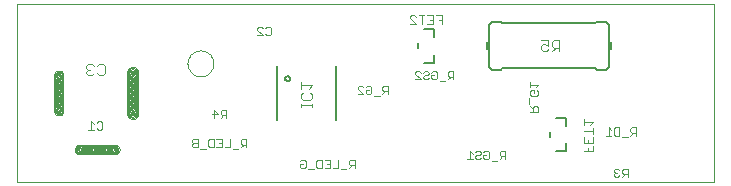
<source format=gbo>
G75*
%MOIN*%
%OFA0B0*%
%FSLAX24Y24*%
%IPPOS*%
%LPD*%
%AMOC8*
5,1,8,0,0,1.08239X$1,22.5*
%
%ADD10C,0.0000*%
%ADD11C,0.0060*%
%ADD12C,0.0030*%
%ADD13C,0.0063*%
%ADD14C,0.0020*%
%ADD15C,0.0040*%
%ADD16R,0.0110X0.0300*%
D10*
X001700Y000179D02*
X001700Y006084D01*
X024928Y006084D01*
X024928Y000179D01*
X001700Y000179D01*
X003610Y001242D02*
X003612Y001267D01*
X003618Y001291D01*
X003627Y001313D01*
X003640Y001334D01*
X003656Y001353D01*
X003675Y001369D01*
X003696Y001382D01*
X003718Y001391D01*
X003742Y001397D01*
X003767Y001399D01*
X003792Y001397D01*
X003816Y001391D01*
X003838Y001382D01*
X003859Y001369D01*
X003878Y001353D01*
X003894Y001334D01*
X003907Y001313D01*
X003916Y001291D01*
X003922Y001267D01*
X003924Y001242D01*
X003922Y001217D01*
X003916Y001193D01*
X003907Y001171D01*
X003894Y001150D01*
X003878Y001131D01*
X003859Y001115D01*
X003838Y001102D01*
X003816Y001093D01*
X003792Y001087D01*
X003767Y001085D01*
X003742Y001087D01*
X003718Y001093D01*
X003696Y001102D01*
X003675Y001115D01*
X003656Y001131D01*
X003640Y001150D01*
X003627Y001171D01*
X003618Y001193D01*
X003612Y001217D01*
X003610Y001242D01*
X003649Y001242D02*
X003651Y001267D01*
X003657Y001291D01*
X003666Y001313D01*
X003679Y001334D01*
X003695Y001353D01*
X003714Y001369D01*
X003735Y001382D01*
X003757Y001391D01*
X003781Y001397D01*
X003806Y001399D01*
X003831Y001397D01*
X003855Y001391D01*
X003877Y001382D01*
X003898Y001369D01*
X003917Y001353D01*
X003933Y001334D01*
X003946Y001313D01*
X003955Y001291D01*
X003961Y001267D01*
X003963Y001242D01*
X003961Y001217D01*
X003955Y001193D01*
X003946Y001171D01*
X003933Y001150D01*
X003917Y001131D01*
X003898Y001115D01*
X003877Y001102D01*
X003855Y001093D01*
X003831Y001087D01*
X003806Y001085D01*
X003781Y001087D01*
X003757Y001093D01*
X003735Y001102D01*
X003714Y001115D01*
X003695Y001131D01*
X003679Y001150D01*
X003666Y001171D01*
X003657Y001193D01*
X003651Y001217D01*
X003649Y001242D01*
X003688Y001242D02*
X003690Y001267D01*
X003696Y001291D01*
X003705Y001313D01*
X003718Y001334D01*
X003734Y001353D01*
X003753Y001369D01*
X003774Y001382D01*
X003796Y001391D01*
X003820Y001397D01*
X003845Y001399D01*
X003870Y001397D01*
X003894Y001391D01*
X003916Y001382D01*
X003937Y001369D01*
X003956Y001353D01*
X003972Y001334D01*
X003985Y001313D01*
X003994Y001291D01*
X004000Y001267D01*
X004002Y001242D01*
X004000Y001217D01*
X003994Y001193D01*
X003985Y001171D01*
X003972Y001150D01*
X003956Y001131D01*
X003937Y001115D01*
X003916Y001102D01*
X003894Y001093D01*
X003870Y001087D01*
X003845Y001085D01*
X003820Y001087D01*
X003796Y001093D01*
X003774Y001102D01*
X003753Y001115D01*
X003734Y001131D01*
X003718Y001150D01*
X003705Y001171D01*
X003696Y001193D01*
X003690Y001217D01*
X003688Y001242D01*
X003728Y001242D02*
X003730Y001267D01*
X003736Y001291D01*
X003745Y001313D01*
X003758Y001334D01*
X003774Y001353D01*
X003793Y001369D01*
X003814Y001382D01*
X003836Y001391D01*
X003860Y001397D01*
X003885Y001399D01*
X003910Y001397D01*
X003934Y001391D01*
X003956Y001382D01*
X003977Y001369D01*
X003996Y001353D01*
X004012Y001334D01*
X004025Y001313D01*
X004034Y001291D01*
X004040Y001267D01*
X004042Y001242D01*
X004040Y001217D01*
X004034Y001193D01*
X004025Y001171D01*
X004012Y001150D01*
X003996Y001131D01*
X003977Y001115D01*
X003956Y001102D01*
X003934Y001093D01*
X003910Y001087D01*
X003885Y001085D01*
X003860Y001087D01*
X003836Y001093D01*
X003814Y001102D01*
X003793Y001115D01*
X003774Y001131D01*
X003758Y001150D01*
X003745Y001171D01*
X003736Y001193D01*
X003730Y001217D01*
X003728Y001242D01*
X003767Y001242D02*
X003769Y001267D01*
X003775Y001291D01*
X003784Y001313D01*
X003797Y001334D01*
X003813Y001353D01*
X003832Y001369D01*
X003853Y001382D01*
X003875Y001391D01*
X003899Y001397D01*
X003924Y001399D01*
X003949Y001397D01*
X003973Y001391D01*
X003995Y001382D01*
X004016Y001369D01*
X004035Y001353D01*
X004051Y001334D01*
X004064Y001313D01*
X004073Y001291D01*
X004079Y001267D01*
X004081Y001242D01*
X004079Y001217D01*
X004073Y001193D01*
X004064Y001171D01*
X004051Y001150D01*
X004035Y001131D01*
X004016Y001115D01*
X003995Y001102D01*
X003973Y001093D01*
X003949Y001087D01*
X003924Y001085D01*
X003899Y001087D01*
X003875Y001093D01*
X003853Y001102D01*
X003832Y001115D01*
X003813Y001131D01*
X003797Y001150D01*
X003784Y001171D01*
X003775Y001193D01*
X003769Y001217D01*
X003767Y001242D01*
X003807Y001242D02*
X003809Y001267D01*
X003815Y001291D01*
X003824Y001313D01*
X003837Y001334D01*
X003853Y001353D01*
X003872Y001369D01*
X003893Y001382D01*
X003915Y001391D01*
X003939Y001397D01*
X003964Y001399D01*
X003989Y001397D01*
X004013Y001391D01*
X004035Y001382D01*
X004056Y001369D01*
X004075Y001353D01*
X004091Y001334D01*
X004104Y001313D01*
X004113Y001291D01*
X004119Y001267D01*
X004121Y001242D01*
X004119Y001217D01*
X004113Y001193D01*
X004104Y001171D01*
X004091Y001150D01*
X004075Y001131D01*
X004056Y001115D01*
X004035Y001102D01*
X004013Y001093D01*
X003989Y001087D01*
X003964Y001085D01*
X003939Y001087D01*
X003915Y001093D01*
X003893Y001102D01*
X003872Y001115D01*
X003853Y001131D01*
X003837Y001150D01*
X003824Y001171D01*
X003815Y001193D01*
X003809Y001217D01*
X003807Y001242D01*
X003846Y001242D02*
X003848Y001267D01*
X003854Y001291D01*
X003863Y001313D01*
X003876Y001334D01*
X003892Y001353D01*
X003911Y001369D01*
X003932Y001382D01*
X003954Y001391D01*
X003978Y001397D01*
X004003Y001399D01*
X004028Y001397D01*
X004052Y001391D01*
X004074Y001382D01*
X004095Y001369D01*
X004114Y001353D01*
X004130Y001334D01*
X004143Y001313D01*
X004152Y001291D01*
X004158Y001267D01*
X004160Y001242D01*
X004158Y001217D01*
X004152Y001193D01*
X004143Y001171D01*
X004130Y001150D01*
X004114Y001131D01*
X004095Y001115D01*
X004074Y001102D01*
X004052Y001093D01*
X004028Y001087D01*
X004003Y001085D01*
X003978Y001087D01*
X003954Y001093D01*
X003932Y001102D01*
X003911Y001115D01*
X003892Y001131D01*
X003876Y001150D01*
X003863Y001171D01*
X003854Y001193D01*
X003848Y001217D01*
X003846Y001242D01*
X003885Y001242D02*
X003887Y001267D01*
X003893Y001291D01*
X003902Y001313D01*
X003915Y001334D01*
X003931Y001353D01*
X003950Y001369D01*
X003971Y001382D01*
X003993Y001391D01*
X004017Y001397D01*
X004042Y001399D01*
X004067Y001397D01*
X004091Y001391D01*
X004113Y001382D01*
X004134Y001369D01*
X004153Y001353D01*
X004169Y001334D01*
X004182Y001313D01*
X004191Y001291D01*
X004197Y001267D01*
X004199Y001242D01*
X004197Y001217D01*
X004191Y001193D01*
X004182Y001171D01*
X004169Y001150D01*
X004153Y001131D01*
X004134Y001115D01*
X004113Y001102D01*
X004091Y001093D01*
X004067Y001087D01*
X004042Y001085D01*
X004017Y001087D01*
X003993Y001093D01*
X003971Y001102D01*
X003950Y001115D01*
X003931Y001131D01*
X003915Y001150D01*
X003902Y001171D01*
X003893Y001193D01*
X003887Y001217D01*
X003885Y001242D01*
X003925Y001242D02*
X003927Y001267D01*
X003933Y001291D01*
X003942Y001313D01*
X003955Y001334D01*
X003971Y001353D01*
X003990Y001369D01*
X004011Y001382D01*
X004033Y001391D01*
X004057Y001397D01*
X004082Y001399D01*
X004107Y001397D01*
X004131Y001391D01*
X004153Y001382D01*
X004174Y001369D01*
X004193Y001353D01*
X004209Y001334D01*
X004222Y001313D01*
X004231Y001291D01*
X004237Y001267D01*
X004239Y001242D01*
X004237Y001217D01*
X004231Y001193D01*
X004222Y001171D01*
X004209Y001150D01*
X004193Y001131D01*
X004174Y001115D01*
X004153Y001102D01*
X004131Y001093D01*
X004107Y001087D01*
X004082Y001085D01*
X004057Y001087D01*
X004033Y001093D01*
X004011Y001102D01*
X003990Y001115D01*
X003971Y001131D01*
X003955Y001150D01*
X003942Y001171D01*
X003933Y001193D01*
X003927Y001217D01*
X003925Y001242D01*
X003964Y001242D02*
X003966Y001267D01*
X003972Y001291D01*
X003981Y001313D01*
X003994Y001334D01*
X004010Y001353D01*
X004029Y001369D01*
X004050Y001382D01*
X004072Y001391D01*
X004096Y001397D01*
X004121Y001399D01*
X004146Y001397D01*
X004170Y001391D01*
X004192Y001382D01*
X004213Y001369D01*
X004232Y001353D01*
X004248Y001334D01*
X004261Y001313D01*
X004270Y001291D01*
X004276Y001267D01*
X004278Y001242D01*
X004276Y001217D01*
X004270Y001193D01*
X004261Y001171D01*
X004248Y001150D01*
X004232Y001131D01*
X004213Y001115D01*
X004192Y001102D01*
X004170Y001093D01*
X004146Y001087D01*
X004121Y001085D01*
X004096Y001087D01*
X004072Y001093D01*
X004050Y001102D01*
X004029Y001115D01*
X004010Y001131D01*
X003994Y001150D01*
X003981Y001171D01*
X003972Y001193D01*
X003966Y001217D01*
X003964Y001242D01*
X004003Y001242D02*
X004005Y001267D01*
X004011Y001291D01*
X004020Y001313D01*
X004033Y001334D01*
X004049Y001353D01*
X004068Y001369D01*
X004089Y001382D01*
X004111Y001391D01*
X004135Y001397D01*
X004160Y001399D01*
X004185Y001397D01*
X004209Y001391D01*
X004231Y001382D01*
X004252Y001369D01*
X004271Y001353D01*
X004287Y001334D01*
X004300Y001313D01*
X004309Y001291D01*
X004315Y001267D01*
X004317Y001242D01*
X004315Y001217D01*
X004309Y001193D01*
X004300Y001171D01*
X004287Y001150D01*
X004271Y001131D01*
X004252Y001115D01*
X004231Y001102D01*
X004209Y001093D01*
X004185Y001087D01*
X004160Y001085D01*
X004135Y001087D01*
X004111Y001093D01*
X004089Y001102D01*
X004068Y001115D01*
X004049Y001131D01*
X004033Y001150D01*
X004020Y001171D01*
X004011Y001193D01*
X004005Y001217D01*
X004003Y001242D01*
X004043Y001242D02*
X004045Y001267D01*
X004051Y001291D01*
X004060Y001313D01*
X004073Y001334D01*
X004089Y001353D01*
X004108Y001369D01*
X004129Y001382D01*
X004151Y001391D01*
X004175Y001397D01*
X004200Y001399D01*
X004225Y001397D01*
X004249Y001391D01*
X004271Y001382D01*
X004292Y001369D01*
X004311Y001353D01*
X004327Y001334D01*
X004340Y001313D01*
X004349Y001291D01*
X004355Y001267D01*
X004357Y001242D01*
X004355Y001217D01*
X004349Y001193D01*
X004340Y001171D01*
X004327Y001150D01*
X004311Y001131D01*
X004292Y001115D01*
X004271Y001102D01*
X004249Y001093D01*
X004225Y001087D01*
X004200Y001085D01*
X004175Y001087D01*
X004151Y001093D01*
X004129Y001102D01*
X004108Y001115D01*
X004089Y001131D01*
X004073Y001150D01*
X004060Y001171D01*
X004051Y001193D01*
X004045Y001217D01*
X004043Y001242D01*
X004082Y001242D02*
X004084Y001267D01*
X004090Y001291D01*
X004099Y001313D01*
X004112Y001334D01*
X004128Y001353D01*
X004147Y001369D01*
X004168Y001382D01*
X004190Y001391D01*
X004214Y001397D01*
X004239Y001399D01*
X004264Y001397D01*
X004288Y001391D01*
X004310Y001382D01*
X004331Y001369D01*
X004350Y001353D01*
X004366Y001334D01*
X004379Y001313D01*
X004388Y001291D01*
X004394Y001267D01*
X004396Y001242D01*
X004394Y001217D01*
X004388Y001193D01*
X004379Y001171D01*
X004366Y001150D01*
X004350Y001131D01*
X004331Y001115D01*
X004310Y001102D01*
X004288Y001093D01*
X004264Y001087D01*
X004239Y001085D01*
X004214Y001087D01*
X004190Y001093D01*
X004168Y001102D01*
X004147Y001115D01*
X004128Y001131D01*
X004112Y001150D01*
X004099Y001171D01*
X004090Y001193D01*
X004084Y001217D01*
X004082Y001242D01*
X004122Y001242D02*
X004124Y001267D01*
X004130Y001291D01*
X004139Y001313D01*
X004152Y001334D01*
X004168Y001353D01*
X004187Y001369D01*
X004208Y001382D01*
X004230Y001391D01*
X004254Y001397D01*
X004279Y001399D01*
X004304Y001397D01*
X004328Y001391D01*
X004350Y001382D01*
X004371Y001369D01*
X004390Y001353D01*
X004406Y001334D01*
X004419Y001313D01*
X004428Y001291D01*
X004434Y001267D01*
X004436Y001242D01*
X004434Y001217D01*
X004428Y001193D01*
X004419Y001171D01*
X004406Y001150D01*
X004390Y001131D01*
X004371Y001115D01*
X004350Y001102D01*
X004328Y001093D01*
X004304Y001087D01*
X004279Y001085D01*
X004254Y001087D01*
X004230Y001093D01*
X004208Y001102D01*
X004187Y001115D01*
X004168Y001131D01*
X004152Y001150D01*
X004139Y001171D01*
X004130Y001193D01*
X004124Y001217D01*
X004122Y001242D01*
X004161Y001242D02*
X004163Y001267D01*
X004169Y001291D01*
X004178Y001313D01*
X004191Y001334D01*
X004207Y001353D01*
X004226Y001369D01*
X004247Y001382D01*
X004269Y001391D01*
X004293Y001397D01*
X004318Y001399D01*
X004343Y001397D01*
X004367Y001391D01*
X004389Y001382D01*
X004410Y001369D01*
X004429Y001353D01*
X004445Y001334D01*
X004458Y001313D01*
X004467Y001291D01*
X004473Y001267D01*
X004475Y001242D01*
X004473Y001217D01*
X004467Y001193D01*
X004458Y001171D01*
X004445Y001150D01*
X004429Y001131D01*
X004410Y001115D01*
X004389Y001102D01*
X004367Y001093D01*
X004343Y001087D01*
X004318Y001085D01*
X004293Y001087D01*
X004269Y001093D01*
X004247Y001102D01*
X004226Y001115D01*
X004207Y001131D01*
X004191Y001150D01*
X004178Y001171D01*
X004169Y001193D01*
X004163Y001217D01*
X004161Y001242D01*
X004200Y001242D02*
X004202Y001267D01*
X004208Y001291D01*
X004217Y001313D01*
X004230Y001334D01*
X004246Y001353D01*
X004265Y001369D01*
X004286Y001382D01*
X004308Y001391D01*
X004332Y001397D01*
X004357Y001399D01*
X004382Y001397D01*
X004406Y001391D01*
X004428Y001382D01*
X004449Y001369D01*
X004468Y001353D01*
X004484Y001334D01*
X004497Y001313D01*
X004506Y001291D01*
X004512Y001267D01*
X004514Y001242D01*
X004512Y001217D01*
X004506Y001193D01*
X004497Y001171D01*
X004484Y001150D01*
X004468Y001131D01*
X004449Y001115D01*
X004428Y001102D01*
X004406Y001093D01*
X004382Y001087D01*
X004357Y001085D01*
X004332Y001087D01*
X004308Y001093D01*
X004286Y001102D01*
X004265Y001115D01*
X004246Y001131D01*
X004230Y001150D01*
X004217Y001171D01*
X004208Y001193D01*
X004202Y001217D01*
X004200Y001242D01*
X004240Y001242D02*
X004242Y001267D01*
X004248Y001291D01*
X004257Y001313D01*
X004270Y001334D01*
X004286Y001353D01*
X004305Y001369D01*
X004326Y001382D01*
X004348Y001391D01*
X004372Y001397D01*
X004397Y001399D01*
X004422Y001397D01*
X004446Y001391D01*
X004468Y001382D01*
X004489Y001369D01*
X004508Y001353D01*
X004524Y001334D01*
X004537Y001313D01*
X004546Y001291D01*
X004552Y001267D01*
X004554Y001242D01*
X004552Y001217D01*
X004546Y001193D01*
X004537Y001171D01*
X004524Y001150D01*
X004508Y001131D01*
X004489Y001115D01*
X004468Y001102D01*
X004446Y001093D01*
X004422Y001087D01*
X004397Y001085D01*
X004372Y001087D01*
X004348Y001093D01*
X004326Y001102D01*
X004305Y001115D01*
X004286Y001131D01*
X004270Y001150D01*
X004257Y001171D01*
X004248Y001193D01*
X004242Y001217D01*
X004240Y001242D01*
X004279Y001242D02*
X004281Y001267D01*
X004287Y001291D01*
X004296Y001313D01*
X004309Y001334D01*
X004325Y001353D01*
X004344Y001369D01*
X004365Y001382D01*
X004387Y001391D01*
X004411Y001397D01*
X004436Y001399D01*
X004461Y001397D01*
X004485Y001391D01*
X004507Y001382D01*
X004528Y001369D01*
X004547Y001353D01*
X004563Y001334D01*
X004576Y001313D01*
X004585Y001291D01*
X004591Y001267D01*
X004593Y001242D01*
X004591Y001217D01*
X004585Y001193D01*
X004576Y001171D01*
X004563Y001150D01*
X004547Y001131D01*
X004528Y001115D01*
X004507Y001102D01*
X004485Y001093D01*
X004461Y001087D01*
X004436Y001085D01*
X004411Y001087D01*
X004387Y001093D01*
X004365Y001102D01*
X004344Y001115D01*
X004325Y001131D01*
X004309Y001150D01*
X004296Y001171D01*
X004287Y001193D01*
X004281Y001217D01*
X004279Y001242D01*
X004318Y001242D02*
X004320Y001267D01*
X004326Y001291D01*
X004335Y001313D01*
X004348Y001334D01*
X004364Y001353D01*
X004383Y001369D01*
X004404Y001382D01*
X004426Y001391D01*
X004450Y001397D01*
X004475Y001399D01*
X004500Y001397D01*
X004524Y001391D01*
X004546Y001382D01*
X004567Y001369D01*
X004586Y001353D01*
X004602Y001334D01*
X004615Y001313D01*
X004624Y001291D01*
X004630Y001267D01*
X004632Y001242D01*
X004630Y001217D01*
X004624Y001193D01*
X004615Y001171D01*
X004602Y001150D01*
X004586Y001131D01*
X004567Y001115D01*
X004546Y001102D01*
X004524Y001093D01*
X004500Y001087D01*
X004475Y001085D01*
X004450Y001087D01*
X004426Y001093D01*
X004404Y001102D01*
X004383Y001115D01*
X004364Y001131D01*
X004348Y001150D01*
X004335Y001171D01*
X004326Y001193D01*
X004320Y001217D01*
X004318Y001242D01*
X004358Y001242D02*
X004360Y001267D01*
X004366Y001291D01*
X004375Y001313D01*
X004388Y001334D01*
X004404Y001353D01*
X004423Y001369D01*
X004444Y001382D01*
X004466Y001391D01*
X004490Y001397D01*
X004515Y001399D01*
X004540Y001397D01*
X004564Y001391D01*
X004586Y001382D01*
X004607Y001369D01*
X004626Y001353D01*
X004642Y001334D01*
X004655Y001313D01*
X004664Y001291D01*
X004670Y001267D01*
X004672Y001242D01*
X004670Y001217D01*
X004664Y001193D01*
X004655Y001171D01*
X004642Y001150D01*
X004626Y001131D01*
X004607Y001115D01*
X004586Y001102D01*
X004564Y001093D01*
X004540Y001087D01*
X004515Y001085D01*
X004490Y001087D01*
X004466Y001093D01*
X004444Y001102D01*
X004423Y001115D01*
X004404Y001131D01*
X004388Y001150D01*
X004375Y001171D01*
X004366Y001193D01*
X004360Y001217D01*
X004358Y001242D01*
X004397Y001242D02*
X004399Y001267D01*
X004405Y001291D01*
X004414Y001313D01*
X004427Y001334D01*
X004443Y001353D01*
X004462Y001369D01*
X004483Y001382D01*
X004505Y001391D01*
X004529Y001397D01*
X004554Y001399D01*
X004579Y001397D01*
X004603Y001391D01*
X004625Y001382D01*
X004646Y001369D01*
X004665Y001353D01*
X004681Y001334D01*
X004694Y001313D01*
X004703Y001291D01*
X004709Y001267D01*
X004711Y001242D01*
X004709Y001217D01*
X004703Y001193D01*
X004694Y001171D01*
X004681Y001150D01*
X004665Y001131D01*
X004646Y001115D01*
X004625Y001102D01*
X004603Y001093D01*
X004579Y001087D01*
X004554Y001085D01*
X004529Y001087D01*
X004505Y001093D01*
X004483Y001102D01*
X004462Y001115D01*
X004443Y001131D01*
X004427Y001150D01*
X004414Y001171D01*
X004405Y001193D01*
X004399Y001217D01*
X004397Y001242D01*
X004437Y001242D02*
X004439Y001267D01*
X004445Y001291D01*
X004454Y001313D01*
X004467Y001334D01*
X004483Y001353D01*
X004502Y001369D01*
X004523Y001382D01*
X004545Y001391D01*
X004569Y001397D01*
X004594Y001399D01*
X004619Y001397D01*
X004643Y001391D01*
X004665Y001382D01*
X004686Y001369D01*
X004705Y001353D01*
X004721Y001334D01*
X004734Y001313D01*
X004743Y001291D01*
X004749Y001267D01*
X004751Y001242D01*
X004749Y001217D01*
X004743Y001193D01*
X004734Y001171D01*
X004721Y001150D01*
X004705Y001131D01*
X004686Y001115D01*
X004665Y001102D01*
X004643Y001093D01*
X004619Y001087D01*
X004594Y001085D01*
X004569Y001087D01*
X004545Y001093D01*
X004523Y001102D01*
X004502Y001115D01*
X004483Y001131D01*
X004467Y001150D01*
X004454Y001171D01*
X004445Y001193D01*
X004439Y001217D01*
X004437Y001242D01*
X004476Y001242D02*
X004478Y001267D01*
X004484Y001291D01*
X004493Y001313D01*
X004506Y001334D01*
X004522Y001353D01*
X004541Y001369D01*
X004562Y001382D01*
X004584Y001391D01*
X004608Y001397D01*
X004633Y001399D01*
X004658Y001397D01*
X004682Y001391D01*
X004704Y001382D01*
X004725Y001369D01*
X004744Y001353D01*
X004760Y001334D01*
X004773Y001313D01*
X004782Y001291D01*
X004788Y001267D01*
X004790Y001242D01*
X004788Y001217D01*
X004782Y001193D01*
X004773Y001171D01*
X004760Y001150D01*
X004744Y001131D01*
X004725Y001115D01*
X004704Y001102D01*
X004682Y001093D01*
X004658Y001087D01*
X004633Y001085D01*
X004608Y001087D01*
X004584Y001093D01*
X004562Y001102D01*
X004541Y001115D01*
X004522Y001131D01*
X004506Y001150D01*
X004493Y001171D01*
X004484Y001193D01*
X004478Y001217D01*
X004476Y001242D01*
X004515Y001242D02*
X004517Y001267D01*
X004523Y001291D01*
X004532Y001313D01*
X004545Y001334D01*
X004561Y001353D01*
X004580Y001369D01*
X004601Y001382D01*
X004623Y001391D01*
X004647Y001397D01*
X004672Y001399D01*
X004697Y001397D01*
X004721Y001391D01*
X004743Y001382D01*
X004764Y001369D01*
X004783Y001353D01*
X004799Y001334D01*
X004812Y001313D01*
X004821Y001291D01*
X004827Y001267D01*
X004829Y001242D01*
X004827Y001217D01*
X004821Y001193D01*
X004812Y001171D01*
X004799Y001150D01*
X004783Y001131D01*
X004764Y001115D01*
X004743Y001102D01*
X004721Y001093D01*
X004697Y001087D01*
X004672Y001085D01*
X004647Y001087D01*
X004623Y001093D01*
X004601Y001102D01*
X004580Y001115D01*
X004561Y001131D01*
X004545Y001150D01*
X004532Y001171D01*
X004523Y001193D01*
X004517Y001217D01*
X004515Y001242D01*
X004555Y001242D02*
X004557Y001267D01*
X004563Y001291D01*
X004572Y001313D01*
X004585Y001334D01*
X004601Y001353D01*
X004620Y001369D01*
X004641Y001382D01*
X004663Y001391D01*
X004687Y001397D01*
X004712Y001399D01*
X004737Y001397D01*
X004761Y001391D01*
X004783Y001382D01*
X004804Y001369D01*
X004823Y001353D01*
X004839Y001334D01*
X004852Y001313D01*
X004861Y001291D01*
X004867Y001267D01*
X004869Y001242D01*
X004867Y001217D01*
X004861Y001193D01*
X004852Y001171D01*
X004839Y001150D01*
X004823Y001131D01*
X004804Y001115D01*
X004783Y001102D01*
X004761Y001093D01*
X004737Y001087D01*
X004712Y001085D01*
X004687Y001087D01*
X004663Y001093D01*
X004641Y001102D01*
X004620Y001115D01*
X004601Y001131D01*
X004585Y001150D01*
X004572Y001171D01*
X004563Y001193D01*
X004557Y001217D01*
X004555Y001242D01*
X004594Y001242D02*
X004596Y001267D01*
X004602Y001291D01*
X004611Y001313D01*
X004624Y001334D01*
X004640Y001353D01*
X004659Y001369D01*
X004680Y001382D01*
X004702Y001391D01*
X004726Y001397D01*
X004751Y001399D01*
X004776Y001397D01*
X004800Y001391D01*
X004822Y001382D01*
X004843Y001369D01*
X004862Y001353D01*
X004878Y001334D01*
X004891Y001313D01*
X004900Y001291D01*
X004906Y001267D01*
X004908Y001242D01*
X004906Y001217D01*
X004900Y001193D01*
X004891Y001171D01*
X004878Y001150D01*
X004862Y001131D01*
X004843Y001115D01*
X004822Y001102D01*
X004800Y001093D01*
X004776Y001087D01*
X004751Y001085D01*
X004726Y001087D01*
X004702Y001093D01*
X004680Y001102D01*
X004659Y001115D01*
X004640Y001131D01*
X004624Y001150D01*
X004611Y001171D01*
X004602Y001193D01*
X004596Y001217D01*
X004594Y001242D01*
X004633Y001242D02*
X004635Y001267D01*
X004641Y001291D01*
X004650Y001313D01*
X004663Y001334D01*
X004679Y001353D01*
X004698Y001369D01*
X004719Y001382D01*
X004741Y001391D01*
X004765Y001397D01*
X004790Y001399D01*
X004815Y001397D01*
X004839Y001391D01*
X004861Y001382D01*
X004882Y001369D01*
X004901Y001353D01*
X004917Y001334D01*
X004930Y001313D01*
X004939Y001291D01*
X004945Y001267D01*
X004947Y001242D01*
X004945Y001217D01*
X004939Y001193D01*
X004930Y001171D01*
X004917Y001150D01*
X004901Y001131D01*
X004882Y001115D01*
X004861Y001102D01*
X004839Y001093D01*
X004815Y001087D01*
X004790Y001085D01*
X004765Y001087D01*
X004741Y001093D01*
X004719Y001102D01*
X004698Y001115D01*
X004679Y001131D01*
X004663Y001150D01*
X004650Y001171D01*
X004641Y001193D01*
X004635Y001217D01*
X004633Y001242D01*
X004673Y001242D02*
X004675Y001267D01*
X004681Y001291D01*
X004690Y001313D01*
X004703Y001334D01*
X004719Y001353D01*
X004738Y001369D01*
X004759Y001382D01*
X004781Y001391D01*
X004805Y001397D01*
X004830Y001399D01*
X004855Y001397D01*
X004879Y001391D01*
X004901Y001382D01*
X004922Y001369D01*
X004941Y001353D01*
X004957Y001334D01*
X004970Y001313D01*
X004979Y001291D01*
X004985Y001267D01*
X004987Y001242D01*
X004985Y001217D01*
X004979Y001193D01*
X004970Y001171D01*
X004957Y001150D01*
X004941Y001131D01*
X004922Y001115D01*
X004901Y001102D01*
X004879Y001093D01*
X004855Y001087D01*
X004830Y001085D01*
X004805Y001087D01*
X004781Y001093D01*
X004759Y001102D01*
X004738Y001115D01*
X004719Y001131D01*
X004703Y001150D01*
X004690Y001171D01*
X004681Y001193D01*
X004675Y001217D01*
X004673Y001242D01*
X004712Y001242D02*
X004714Y001267D01*
X004720Y001291D01*
X004729Y001313D01*
X004742Y001334D01*
X004758Y001353D01*
X004777Y001369D01*
X004798Y001382D01*
X004820Y001391D01*
X004844Y001397D01*
X004869Y001399D01*
X004894Y001397D01*
X004918Y001391D01*
X004940Y001382D01*
X004961Y001369D01*
X004980Y001353D01*
X004996Y001334D01*
X005009Y001313D01*
X005018Y001291D01*
X005024Y001267D01*
X005026Y001242D01*
X005024Y001217D01*
X005018Y001193D01*
X005009Y001171D01*
X004996Y001150D01*
X004980Y001131D01*
X004961Y001115D01*
X004940Y001102D01*
X004918Y001093D01*
X004894Y001087D01*
X004869Y001085D01*
X004844Y001087D01*
X004820Y001093D01*
X004798Y001102D01*
X004777Y001115D01*
X004758Y001131D01*
X004742Y001150D01*
X004729Y001171D01*
X004720Y001193D01*
X004714Y001217D01*
X004712Y001242D01*
X004751Y001242D02*
X004753Y001267D01*
X004759Y001291D01*
X004768Y001313D01*
X004781Y001334D01*
X004797Y001353D01*
X004816Y001369D01*
X004837Y001382D01*
X004859Y001391D01*
X004883Y001397D01*
X004908Y001399D01*
X004933Y001397D01*
X004957Y001391D01*
X004979Y001382D01*
X005000Y001369D01*
X005019Y001353D01*
X005035Y001334D01*
X005048Y001313D01*
X005057Y001291D01*
X005063Y001267D01*
X005065Y001242D01*
X005063Y001217D01*
X005057Y001193D01*
X005048Y001171D01*
X005035Y001150D01*
X005019Y001131D01*
X005000Y001115D01*
X004979Y001102D01*
X004957Y001093D01*
X004933Y001087D01*
X004908Y001085D01*
X004883Y001087D01*
X004859Y001093D01*
X004837Y001102D01*
X004816Y001115D01*
X004797Y001131D01*
X004781Y001150D01*
X004768Y001171D01*
X004759Y001193D01*
X004753Y001217D01*
X004751Y001242D01*
X004791Y001242D02*
X004793Y001267D01*
X004799Y001291D01*
X004808Y001313D01*
X004821Y001334D01*
X004837Y001353D01*
X004856Y001369D01*
X004877Y001382D01*
X004899Y001391D01*
X004923Y001397D01*
X004948Y001399D01*
X004973Y001397D01*
X004997Y001391D01*
X005019Y001382D01*
X005040Y001369D01*
X005059Y001353D01*
X005075Y001334D01*
X005088Y001313D01*
X005097Y001291D01*
X005103Y001267D01*
X005105Y001242D01*
X005103Y001217D01*
X005097Y001193D01*
X005088Y001171D01*
X005075Y001150D01*
X005059Y001131D01*
X005040Y001115D01*
X005019Y001102D01*
X004997Y001093D01*
X004973Y001087D01*
X004948Y001085D01*
X004923Y001087D01*
X004899Y001093D01*
X004877Y001102D01*
X004856Y001115D01*
X004837Y001131D01*
X004821Y001150D01*
X004808Y001171D01*
X004799Y001193D01*
X004793Y001217D01*
X004791Y001242D01*
X005341Y002462D02*
X005343Y002489D01*
X005349Y002516D01*
X005358Y002542D01*
X005371Y002566D01*
X005387Y002589D01*
X005406Y002608D01*
X005428Y002625D01*
X005452Y002639D01*
X005477Y002649D01*
X005504Y002656D01*
X005531Y002659D01*
X005559Y002658D01*
X005586Y002653D01*
X005612Y002645D01*
X005636Y002633D01*
X005659Y002617D01*
X005680Y002599D01*
X005697Y002578D01*
X005712Y002554D01*
X005723Y002529D01*
X005731Y002503D01*
X005735Y002476D01*
X005735Y002448D01*
X005731Y002421D01*
X005723Y002395D01*
X005712Y002370D01*
X005697Y002346D01*
X005680Y002325D01*
X005659Y002307D01*
X005637Y002291D01*
X005612Y002279D01*
X005586Y002271D01*
X005559Y002266D01*
X005531Y002265D01*
X005504Y002268D01*
X005477Y002275D01*
X005452Y002285D01*
X005428Y002299D01*
X005406Y002316D01*
X005387Y002335D01*
X005371Y002358D01*
X005358Y002382D01*
X005349Y002408D01*
X005343Y002435D01*
X005341Y002462D01*
X005341Y002502D02*
X005343Y002529D01*
X005349Y002556D01*
X005358Y002582D01*
X005371Y002606D01*
X005387Y002629D01*
X005406Y002648D01*
X005428Y002665D01*
X005452Y002679D01*
X005477Y002689D01*
X005504Y002696D01*
X005531Y002699D01*
X005559Y002698D01*
X005586Y002693D01*
X005612Y002685D01*
X005636Y002673D01*
X005659Y002657D01*
X005680Y002639D01*
X005697Y002618D01*
X005712Y002594D01*
X005723Y002569D01*
X005731Y002543D01*
X005735Y002516D01*
X005735Y002488D01*
X005731Y002461D01*
X005723Y002435D01*
X005712Y002410D01*
X005697Y002386D01*
X005680Y002365D01*
X005659Y002347D01*
X005637Y002331D01*
X005612Y002319D01*
X005586Y002311D01*
X005559Y002306D01*
X005531Y002305D01*
X005504Y002308D01*
X005477Y002315D01*
X005452Y002325D01*
X005428Y002339D01*
X005406Y002356D01*
X005387Y002375D01*
X005371Y002398D01*
X005358Y002422D01*
X005349Y002448D01*
X005343Y002475D01*
X005341Y002502D01*
X005341Y002541D02*
X005343Y002568D01*
X005349Y002595D01*
X005358Y002621D01*
X005371Y002645D01*
X005387Y002668D01*
X005406Y002687D01*
X005428Y002704D01*
X005452Y002718D01*
X005477Y002728D01*
X005504Y002735D01*
X005531Y002738D01*
X005559Y002737D01*
X005586Y002732D01*
X005612Y002724D01*
X005636Y002712D01*
X005659Y002696D01*
X005680Y002678D01*
X005697Y002657D01*
X005712Y002633D01*
X005723Y002608D01*
X005731Y002582D01*
X005735Y002555D01*
X005735Y002527D01*
X005731Y002500D01*
X005723Y002474D01*
X005712Y002449D01*
X005697Y002425D01*
X005680Y002404D01*
X005659Y002386D01*
X005637Y002370D01*
X005612Y002358D01*
X005586Y002350D01*
X005559Y002345D01*
X005531Y002344D01*
X005504Y002347D01*
X005477Y002354D01*
X005452Y002364D01*
X005428Y002378D01*
X005406Y002395D01*
X005387Y002414D01*
X005371Y002437D01*
X005358Y002461D01*
X005349Y002487D01*
X005343Y002514D01*
X005341Y002541D01*
X005341Y002580D02*
X005343Y002607D01*
X005349Y002634D01*
X005358Y002660D01*
X005371Y002684D01*
X005387Y002707D01*
X005406Y002726D01*
X005428Y002743D01*
X005452Y002757D01*
X005477Y002767D01*
X005504Y002774D01*
X005531Y002777D01*
X005559Y002776D01*
X005586Y002771D01*
X005612Y002763D01*
X005636Y002751D01*
X005659Y002735D01*
X005680Y002717D01*
X005697Y002696D01*
X005712Y002672D01*
X005723Y002647D01*
X005731Y002621D01*
X005735Y002594D01*
X005735Y002566D01*
X005731Y002539D01*
X005723Y002513D01*
X005712Y002488D01*
X005697Y002464D01*
X005680Y002443D01*
X005659Y002425D01*
X005637Y002409D01*
X005612Y002397D01*
X005586Y002389D01*
X005559Y002384D01*
X005531Y002383D01*
X005504Y002386D01*
X005477Y002393D01*
X005452Y002403D01*
X005428Y002417D01*
X005406Y002434D01*
X005387Y002453D01*
X005371Y002476D01*
X005358Y002500D01*
X005349Y002526D01*
X005343Y002553D01*
X005341Y002580D01*
X005341Y002620D02*
X005343Y002647D01*
X005349Y002674D01*
X005358Y002700D01*
X005371Y002724D01*
X005387Y002747D01*
X005406Y002766D01*
X005428Y002783D01*
X005452Y002797D01*
X005477Y002807D01*
X005504Y002814D01*
X005531Y002817D01*
X005559Y002816D01*
X005586Y002811D01*
X005612Y002803D01*
X005636Y002791D01*
X005659Y002775D01*
X005680Y002757D01*
X005697Y002736D01*
X005712Y002712D01*
X005723Y002687D01*
X005731Y002661D01*
X005735Y002634D01*
X005735Y002606D01*
X005731Y002579D01*
X005723Y002553D01*
X005712Y002528D01*
X005697Y002504D01*
X005680Y002483D01*
X005659Y002465D01*
X005637Y002449D01*
X005612Y002437D01*
X005586Y002429D01*
X005559Y002424D01*
X005531Y002423D01*
X005504Y002426D01*
X005477Y002433D01*
X005452Y002443D01*
X005428Y002457D01*
X005406Y002474D01*
X005387Y002493D01*
X005371Y002516D01*
X005358Y002540D01*
X005349Y002566D01*
X005343Y002593D01*
X005341Y002620D01*
X005341Y002659D02*
X005343Y002686D01*
X005349Y002713D01*
X005358Y002739D01*
X005371Y002763D01*
X005387Y002786D01*
X005406Y002805D01*
X005428Y002822D01*
X005452Y002836D01*
X005477Y002846D01*
X005504Y002853D01*
X005531Y002856D01*
X005559Y002855D01*
X005586Y002850D01*
X005612Y002842D01*
X005636Y002830D01*
X005659Y002814D01*
X005680Y002796D01*
X005697Y002775D01*
X005712Y002751D01*
X005723Y002726D01*
X005731Y002700D01*
X005735Y002673D01*
X005735Y002645D01*
X005731Y002618D01*
X005723Y002592D01*
X005712Y002567D01*
X005697Y002543D01*
X005680Y002522D01*
X005659Y002504D01*
X005637Y002488D01*
X005612Y002476D01*
X005586Y002468D01*
X005559Y002463D01*
X005531Y002462D01*
X005504Y002465D01*
X005477Y002472D01*
X005452Y002482D01*
X005428Y002496D01*
X005406Y002513D01*
X005387Y002532D01*
X005371Y002555D01*
X005358Y002579D01*
X005349Y002605D01*
X005343Y002632D01*
X005341Y002659D01*
X005341Y002698D02*
X005343Y002725D01*
X005349Y002752D01*
X005358Y002778D01*
X005371Y002802D01*
X005387Y002825D01*
X005406Y002844D01*
X005428Y002861D01*
X005452Y002875D01*
X005477Y002885D01*
X005504Y002892D01*
X005531Y002895D01*
X005559Y002894D01*
X005586Y002889D01*
X005612Y002881D01*
X005636Y002869D01*
X005659Y002853D01*
X005680Y002835D01*
X005697Y002814D01*
X005712Y002790D01*
X005723Y002765D01*
X005731Y002739D01*
X005735Y002712D01*
X005735Y002684D01*
X005731Y002657D01*
X005723Y002631D01*
X005712Y002606D01*
X005697Y002582D01*
X005680Y002561D01*
X005659Y002543D01*
X005637Y002527D01*
X005612Y002515D01*
X005586Y002507D01*
X005559Y002502D01*
X005531Y002501D01*
X005504Y002504D01*
X005477Y002511D01*
X005452Y002521D01*
X005428Y002535D01*
X005406Y002552D01*
X005387Y002571D01*
X005371Y002594D01*
X005358Y002618D01*
X005349Y002644D01*
X005343Y002671D01*
X005341Y002698D01*
X005341Y002738D02*
X005343Y002765D01*
X005349Y002792D01*
X005358Y002818D01*
X005371Y002842D01*
X005387Y002865D01*
X005406Y002884D01*
X005428Y002901D01*
X005452Y002915D01*
X005477Y002925D01*
X005504Y002932D01*
X005531Y002935D01*
X005559Y002934D01*
X005586Y002929D01*
X005612Y002921D01*
X005636Y002909D01*
X005659Y002893D01*
X005680Y002875D01*
X005697Y002854D01*
X005712Y002830D01*
X005723Y002805D01*
X005731Y002779D01*
X005735Y002752D01*
X005735Y002724D01*
X005731Y002697D01*
X005723Y002671D01*
X005712Y002646D01*
X005697Y002622D01*
X005680Y002601D01*
X005659Y002583D01*
X005637Y002567D01*
X005612Y002555D01*
X005586Y002547D01*
X005559Y002542D01*
X005531Y002541D01*
X005504Y002544D01*
X005477Y002551D01*
X005452Y002561D01*
X005428Y002575D01*
X005406Y002592D01*
X005387Y002611D01*
X005371Y002634D01*
X005358Y002658D01*
X005349Y002684D01*
X005343Y002711D01*
X005341Y002738D01*
X005341Y002777D02*
X005343Y002804D01*
X005349Y002831D01*
X005358Y002857D01*
X005371Y002881D01*
X005387Y002904D01*
X005406Y002923D01*
X005428Y002940D01*
X005452Y002954D01*
X005477Y002964D01*
X005504Y002971D01*
X005531Y002974D01*
X005559Y002973D01*
X005586Y002968D01*
X005612Y002960D01*
X005636Y002948D01*
X005659Y002932D01*
X005680Y002914D01*
X005697Y002893D01*
X005712Y002869D01*
X005723Y002844D01*
X005731Y002818D01*
X005735Y002791D01*
X005735Y002763D01*
X005731Y002736D01*
X005723Y002710D01*
X005712Y002685D01*
X005697Y002661D01*
X005680Y002640D01*
X005659Y002622D01*
X005637Y002606D01*
X005612Y002594D01*
X005586Y002586D01*
X005559Y002581D01*
X005531Y002580D01*
X005504Y002583D01*
X005477Y002590D01*
X005452Y002600D01*
X005428Y002614D01*
X005406Y002631D01*
X005387Y002650D01*
X005371Y002673D01*
X005358Y002697D01*
X005349Y002723D01*
X005343Y002750D01*
X005341Y002777D01*
X005341Y002817D02*
X005343Y002844D01*
X005349Y002871D01*
X005358Y002897D01*
X005371Y002921D01*
X005387Y002944D01*
X005406Y002963D01*
X005428Y002980D01*
X005452Y002994D01*
X005477Y003004D01*
X005504Y003011D01*
X005531Y003014D01*
X005559Y003013D01*
X005586Y003008D01*
X005612Y003000D01*
X005636Y002988D01*
X005659Y002972D01*
X005680Y002954D01*
X005697Y002933D01*
X005712Y002909D01*
X005723Y002884D01*
X005731Y002858D01*
X005735Y002831D01*
X005735Y002803D01*
X005731Y002776D01*
X005723Y002750D01*
X005712Y002725D01*
X005697Y002701D01*
X005680Y002680D01*
X005659Y002662D01*
X005637Y002646D01*
X005612Y002634D01*
X005586Y002626D01*
X005559Y002621D01*
X005531Y002620D01*
X005504Y002623D01*
X005477Y002630D01*
X005452Y002640D01*
X005428Y002654D01*
X005406Y002671D01*
X005387Y002690D01*
X005371Y002713D01*
X005358Y002737D01*
X005349Y002763D01*
X005343Y002790D01*
X005341Y002817D01*
X005341Y002856D02*
X005343Y002883D01*
X005349Y002910D01*
X005358Y002936D01*
X005371Y002960D01*
X005387Y002983D01*
X005406Y003002D01*
X005428Y003019D01*
X005452Y003033D01*
X005477Y003043D01*
X005504Y003050D01*
X005531Y003053D01*
X005559Y003052D01*
X005586Y003047D01*
X005612Y003039D01*
X005636Y003027D01*
X005659Y003011D01*
X005680Y002993D01*
X005697Y002972D01*
X005712Y002948D01*
X005723Y002923D01*
X005731Y002897D01*
X005735Y002870D01*
X005735Y002842D01*
X005731Y002815D01*
X005723Y002789D01*
X005712Y002764D01*
X005697Y002740D01*
X005680Y002719D01*
X005659Y002701D01*
X005637Y002685D01*
X005612Y002673D01*
X005586Y002665D01*
X005559Y002660D01*
X005531Y002659D01*
X005504Y002662D01*
X005477Y002669D01*
X005452Y002679D01*
X005428Y002693D01*
X005406Y002710D01*
X005387Y002729D01*
X005371Y002752D01*
X005358Y002776D01*
X005349Y002802D01*
X005343Y002829D01*
X005341Y002856D01*
X005341Y002895D02*
X005343Y002922D01*
X005349Y002949D01*
X005358Y002975D01*
X005371Y002999D01*
X005387Y003022D01*
X005406Y003041D01*
X005428Y003058D01*
X005452Y003072D01*
X005477Y003082D01*
X005504Y003089D01*
X005531Y003092D01*
X005559Y003091D01*
X005586Y003086D01*
X005612Y003078D01*
X005636Y003066D01*
X005659Y003050D01*
X005680Y003032D01*
X005697Y003011D01*
X005712Y002987D01*
X005723Y002962D01*
X005731Y002936D01*
X005735Y002909D01*
X005735Y002881D01*
X005731Y002854D01*
X005723Y002828D01*
X005712Y002803D01*
X005697Y002779D01*
X005680Y002758D01*
X005659Y002740D01*
X005637Y002724D01*
X005612Y002712D01*
X005586Y002704D01*
X005559Y002699D01*
X005531Y002698D01*
X005504Y002701D01*
X005477Y002708D01*
X005452Y002718D01*
X005428Y002732D01*
X005406Y002749D01*
X005387Y002768D01*
X005371Y002791D01*
X005358Y002815D01*
X005349Y002841D01*
X005343Y002868D01*
X005341Y002895D01*
X005341Y002935D02*
X005343Y002962D01*
X005349Y002989D01*
X005358Y003015D01*
X005371Y003039D01*
X005387Y003062D01*
X005406Y003081D01*
X005428Y003098D01*
X005452Y003112D01*
X005477Y003122D01*
X005504Y003129D01*
X005531Y003132D01*
X005559Y003131D01*
X005586Y003126D01*
X005612Y003118D01*
X005636Y003106D01*
X005659Y003090D01*
X005680Y003072D01*
X005697Y003051D01*
X005712Y003027D01*
X005723Y003002D01*
X005731Y002976D01*
X005735Y002949D01*
X005735Y002921D01*
X005731Y002894D01*
X005723Y002868D01*
X005712Y002843D01*
X005697Y002819D01*
X005680Y002798D01*
X005659Y002780D01*
X005637Y002764D01*
X005612Y002752D01*
X005586Y002744D01*
X005559Y002739D01*
X005531Y002738D01*
X005504Y002741D01*
X005477Y002748D01*
X005452Y002758D01*
X005428Y002772D01*
X005406Y002789D01*
X005387Y002808D01*
X005371Y002831D01*
X005358Y002855D01*
X005349Y002881D01*
X005343Y002908D01*
X005341Y002935D01*
X005341Y002974D02*
X005343Y003001D01*
X005349Y003028D01*
X005358Y003054D01*
X005371Y003078D01*
X005387Y003101D01*
X005406Y003120D01*
X005428Y003137D01*
X005452Y003151D01*
X005477Y003161D01*
X005504Y003168D01*
X005531Y003171D01*
X005559Y003170D01*
X005586Y003165D01*
X005612Y003157D01*
X005636Y003145D01*
X005659Y003129D01*
X005680Y003111D01*
X005697Y003090D01*
X005712Y003066D01*
X005723Y003041D01*
X005731Y003015D01*
X005735Y002988D01*
X005735Y002960D01*
X005731Y002933D01*
X005723Y002907D01*
X005712Y002882D01*
X005697Y002858D01*
X005680Y002837D01*
X005659Y002819D01*
X005637Y002803D01*
X005612Y002791D01*
X005586Y002783D01*
X005559Y002778D01*
X005531Y002777D01*
X005504Y002780D01*
X005477Y002787D01*
X005452Y002797D01*
X005428Y002811D01*
X005406Y002828D01*
X005387Y002847D01*
X005371Y002870D01*
X005358Y002894D01*
X005349Y002920D01*
X005343Y002947D01*
X005341Y002974D01*
X005341Y003013D02*
X005343Y003040D01*
X005349Y003067D01*
X005358Y003093D01*
X005371Y003117D01*
X005387Y003140D01*
X005406Y003159D01*
X005428Y003176D01*
X005452Y003190D01*
X005477Y003200D01*
X005504Y003207D01*
X005531Y003210D01*
X005559Y003209D01*
X005586Y003204D01*
X005612Y003196D01*
X005636Y003184D01*
X005659Y003168D01*
X005680Y003150D01*
X005697Y003129D01*
X005712Y003105D01*
X005723Y003080D01*
X005731Y003054D01*
X005735Y003027D01*
X005735Y002999D01*
X005731Y002972D01*
X005723Y002946D01*
X005712Y002921D01*
X005697Y002897D01*
X005680Y002876D01*
X005659Y002858D01*
X005637Y002842D01*
X005612Y002830D01*
X005586Y002822D01*
X005559Y002817D01*
X005531Y002816D01*
X005504Y002819D01*
X005477Y002826D01*
X005452Y002836D01*
X005428Y002850D01*
X005406Y002867D01*
X005387Y002886D01*
X005371Y002909D01*
X005358Y002933D01*
X005349Y002959D01*
X005343Y002986D01*
X005341Y003013D01*
X005341Y003053D02*
X005343Y003080D01*
X005349Y003107D01*
X005358Y003133D01*
X005371Y003157D01*
X005387Y003180D01*
X005406Y003199D01*
X005428Y003216D01*
X005452Y003230D01*
X005477Y003240D01*
X005504Y003247D01*
X005531Y003250D01*
X005559Y003249D01*
X005586Y003244D01*
X005612Y003236D01*
X005636Y003224D01*
X005659Y003208D01*
X005680Y003190D01*
X005697Y003169D01*
X005712Y003145D01*
X005723Y003120D01*
X005731Y003094D01*
X005735Y003067D01*
X005735Y003039D01*
X005731Y003012D01*
X005723Y002986D01*
X005712Y002961D01*
X005697Y002937D01*
X005680Y002916D01*
X005659Y002898D01*
X005637Y002882D01*
X005612Y002870D01*
X005586Y002862D01*
X005559Y002857D01*
X005531Y002856D01*
X005504Y002859D01*
X005477Y002866D01*
X005452Y002876D01*
X005428Y002890D01*
X005406Y002907D01*
X005387Y002926D01*
X005371Y002949D01*
X005358Y002973D01*
X005349Y002999D01*
X005343Y003026D01*
X005341Y003053D01*
X005341Y003092D02*
X005343Y003119D01*
X005349Y003146D01*
X005358Y003172D01*
X005371Y003196D01*
X005387Y003219D01*
X005406Y003238D01*
X005428Y003255D01*
X005452Y003269D01*
X005477Y003279D01*
X005504Y003286D01*
X005531Y003289D01*
X005559Y003288D01*
X005586Y003283D01*
X005612Y003275D01*
X005636Y003263D01*
X005659Y003247D01*
X005680Y003229D01*
X005697Y003208D01*
X005712Y003184D01*
X005723Y003159D01*
X005731Y003133D01*
X005735Y003106D01*
X005735Y003078D01*
X005731Y003051D01*
X005723Y003025D01*
X005712Y003000D01*
X005697Y002976D01*
X005680Y002955D01*
X005659Y002937D01*
X005637Y002921D01*
X005612Y002909D01*
X005586Y002901D01*
X005559Y002896D01*
X005531Y002895D01*
X005504Y002898D01*
X005477Y002905D01*
X005452Y002915D01*
X005428Y002929D01*
X005406Y002946D01*
X005387Y002965D01*
X005371Y002988D01*
X005358Y003012D01*
X005349Y003038D01*
X005343Y003065D01*
X005341Y003092D01*
X005341Y003131D02*
X005343Y003158D01*
X005349Y003185D01*
X005358Y003211D01*
X005371Y003235D01*
X005387Y003258D01*
X005406Y003277D01*
X005428Y003294D01*
X005452Y003308D01*
X005477Y003318D01*
X005504Y003325D01*
X005531Y003328D01*
X005559Y003327D01*
X005586Y003322D01*
X005612Y003314D01*
X005636Y003302D01*
X005659Y003286D01*
X005680Y003268D01*
X005697Y003247D01*
X005712Y003223D01*
X005723Y003198D01*
X005731Y003172D01*
X005735Y003145D01*
X005735Y003117D01*
X005731Y003090D01*
X005723Y003064D01*
X005712Y003039D01*
X005697Y003015D01*
X005680Y002994D01*
X005659Y002976D01*
X005637Y002960D01*
X005612Y002948D01*
X005586Y002940D01*
X005559Y002935D01*
X005531Y002934D01*
X005504Y002937D01*
X005477Y002944D01*
X005452Y002954D01*
X005428Y002968D01*
X005406Y002985D01*
X005387Y003004D01*
X005371Y003027D01*
X005358Y003051D01*
X005349Y003077D01*
X005343Y003104D01*
X005341Y003131D01*
X005341Y003171D02*
X005343Y003198D01*
X005349Y003225D01*
X005358Y003251D01*
X005371Y003275D01*
X005387Y003298D01*
X005406Y003317D01*
X005428Y003334D01*
X005452Y003348D01*
X005477Y003358D01*
X005504Y003365D01*
X005531Y003368D01*
X005559Y003367D01*
X005586Y003362D01*
X005612Y003354D01*
X005636Y003342D01*
X005659Y003326D01*
X005680Y003308D01*
X005697Y003287D01*
X005712Y003263D01*
X005723Y003238D01*
X005731Y003212D01*
X005735Y003185D01*
X005735Y003157D01*
X005731Y003130D01*
X005723Y003104D01*
X005712Y003079D01*
X005697Y003055D01*
X005680Y003034D01*
X005659Y003016D01*
X005637Y003000D01*
X005612Y002988D01*
X005586Y002980D01*
X005559Y002975D01*
X005531Y002974D01*
X005504Y002977D01*
X005477Y002984D01*
X005452Y002994D01*
X005428Y003008D01*
X005406Y003025D01*
X005387Y003044D01*
X005371Y003067D01*
X005358Y003091D01*
X005349Y003117D01*
X005343Y003144D01*
X005341Y003171D01*
X005341Y003210D02*
X005343Y003237D01*
X005349Y003264D01*
X005358Y003290D01*
X005371Y003314D01*
X005387Y003337D01*
X005406Y003356D01*
X005428Y003373D01*
X005452Y003387D01*
X005477Y003397D01*
X005504Y003404D01*
X005531Y003407D01*
X005559Y003406D01*
X005586Y003401D01*
X005612Y003393D01*
X005636Y003381D01*
X005659Y003365D01*
X005680Y003347D01*
X005697Y003326D01*
X005712Y003302D01*
X005723Y003277D01*
X005731Y003251D01*
X005735Y003224D01*
X005735Y003196D01*
X005731Y003169D01*
X005723Y003143D01*
X005712Y003118D01*
X005697Y003094D01*
X005680Y003073D01*
X005659Y003055D01*
X005637Y003039D01*
X005612Y003027D01*
X005586Y003019D01*
X005559Y003014D01*
X005531Y003013D01*
X005504Y003016D01*
X005477Y003023D01*
X005452Y003033D01*
X005428Y003047D01*
X005406Y003064D01*
X005387Y003083D01*
X005371Y003106D01*
X005358Y003130D01*
X005349Y003156D01*
X005343Y003183D01*
X005341Y003210D01*
X005341Y003250D02*
X005343Y003277D01*
X005349Y003304D01*
X005358Y003330D01*
X005371Y003354D01*
X005387Y003377D01*
X005406Y003396D01*
X005428Y003413D01*
X005452Y003427D01*
X005477Y003437D01*
X005504Y003444D01*
X005531Y003447D01*
X005559Y003446D01*
X005586Y003441D01*
X005612Y003433D01*
X005636Y003421D01*
X005659Y003405D01*
X005680Y003387D01*
X005697Y003366D01*
X005712Y003342D01*
X005723Y003317D01*
X005731Y003291D01*
X005735Y003264D01*
X005735Y003236D01*
X005731Y003209D01*
X005723Y003183D01*
X005712Y003158D01*
X005697Y003134D01*
X005680Y003113D01*
X005659Y003095D01*
X005637Y003079D01*
X005612Y003067D01*
X005586Y003059D01*
X005559Y003054D01*
X005531Y003053D01*
X005504Y003056D01*
X005477Y003063D01*
X005452Y003073D01*
X005428Y003087D01*
X005406Y003104D01*
X005387Y003123D01*
X005371Y003146D01*
X005358Y003170D01*
X005349Y003196D01*
X005343Y003223D01*
X005341Y003250D01*
X005341Y003289D02*
X005343Y003316D01*
X005349Y003343D01*
X005358Y003369D01*
X005371Y003393D01*
X005387Y003416D01*
X005406Y003435D01*
X005428Y003452D01*
X005452Y003466D01*
X005477Y003476D01*
X005504Y003483D01*
X005531Y003486D01*
X005559Y003485D01*
X005586Y003480D01*
X005612Y003472D01*
X005636Y003460D01*
X005659Y003444D01*
X005680Y003426D01*
X005697Y003405D01*
X005712Y003381D01*
X005723Y003356D01*
X005731Y003330D01*
X005735Y003303D01*
X005735Y003275D01*
X005731Y003248D01*
X005723Y003222D01*
X005712Y003197D01*
X005697Y003173D01*
X005680Y003152D01*
X005659Y003134D01*
X005637Y003118D01*
X005612Y003106D01*
X005586Y003098D01*
X005559Y003093D01*
X005531Y003092D01*
X005504Y003095D01*
X005477Y003102D01*
X005452Y003112D01*
X005428Y003126D01*
X005406Y003143D01*
X005387Y003162D01*
X005371Y003185D01*
X005358Y003209D01*
X005349Y003235D01*
X005343Y003262D01*
X005341Y003289D01*
X005341Y003328D02*
X005343Y003355D01*
X005349Y003382D01*
X005358Y003408D01*
X005371Y003432D01*
X005387Y003455D01*
X005406Y003474D01*
X005428Y003491D01*
X005452Y003505D01*
X005477Y003515D01*
X005504Y003522D01*
X005531Y003525D01*
X005559Y003524D01*
X005586Y003519D01*
X005612Y003511D01*
X005636Y003499D01*
X005659Y003483D01*
X005680Y003465D01*
X005697Y003444D01*
X005712Y003420D01*
X005723Y003395D01*
X005731Y003369D01*
X005735Y003342D01*
X005735Y003314D01*
X005731Y003287D01*
X005723Y003261D01*
X005712Y003236D01*
X005697Y003212D01*
X005680Y003191D01*
X005659Y003173D01*
X005637Y003157D01*
X005612Y003145D01*
X005586Y003137D01*
X005559Y003132D01*
X005531Y003131D01*
X005504Y003134D01*
X005477Y003141D01*
X005452Y003151D01*
X005428Y003165D01*
X005406Y003182D01*
X005387Y003201D01*
X005371Y003224D01*
X005358Y003248D01*
X005349Y003274D01*
X005343Y003301D01*
X005341Y003328D01*
X005341Y003368D02*
X005343Y003395D01*
X005349Y003422D01*
X005358Y003448D01*
X005371Y003472D01*
X005387Y003495D01*
X005406Y003514D01*
X005428Y003531D01*
X005452Y003545D01*
X005477Y003555D01*
X005504Y003562D01*
X005531Y003565D01*
X005559Y003564D01*
X005586Y003559D01*
X005612Y003551D01*
X005636Y003539D01*
X005659Y003523D01*
X005680Y003505D01*
X005697Y003484D01*
X005712Y003460D01*
X005723Y003435D01*
X005731Y003409D01*
X005735Y003382D01*
X005735Y003354D01*
X005731Y003327D01*
X005723Y003301D01*
X005712Y003276D01*
X005697Y003252D01*
X005680Y003231D01*
X005659Y003213D01*
X005637Y003197D01*
X005612Y003185D01*
X005586Y003177D01*
X005559Y003172D01*
X005531Y003171D01*
X005504Y003174D01*
X005477Y003181D01*
X005452Y003191D01*
X005428Y003205D01*
X005406Y003222D01*
X005387Y003241D01*
X005371Y003264D01*
X005358Y003288D01*
X005349Y003314D01*
X005343Y003341D01*
X005341Y003368D01*
X005341Y003407D02*
X005343Y003434D01*
X005349Y003461D01*
X005358Y003487D01*
X005371Y003511D01*
X005387Y003534D01*
X005406Y003553D01*
X005428Y003570D01*
X005452Y003584D01*
X005477Y003594D01*
X005504Y003601D01*
X005531Y003604D01*
X005559Y003603D01*
X005586Y003598D01*
X005612Y003590D01*
X005636Y003578D01*
X005659Y003562D01*
X005680Y003544D01*
X005697Y003523D01*
X005712Y003499D01*
X005723Y003474D01*
X005731Y003448D01*
X005735Y003421D01*
X005735Y003393D01*
X005731Y003366D01*
X005723Y003340D01*
X005712Y003315D01*
X005697Y003291D01*
X005680Y003270D01*
X005659Y003252D01*
X005637Y003236D01*
X005612Y003224D01*
X005586Y003216D01*
X005559Y003211D01*
X005531Y003210D01*
X005504Y003213D01*
X005477Y003220D01*
X005452Y003230D01*
X005428Y003244D01*
X005406Y003261D01*
X005387Y003280D01*
X005371Y003303D01*
X005358Y003327D01*
X005349Y003353D01*
X005343Y003380D01*
X005341Y003407D01*
X005341Y003446D02*
X005343Y003473D01*
X005349Y003500D01*
X005358Y003526D01*
X005371Y003550D01*
X005387Y003573D01*
X005406Y003592D01*
X005428Y003609D01*
X005452Y003623D01*
X005477Y003633D01*
X005504Y003640D01*
X005531Y003643D01*
X005559Y003642D01*
X005586Y003637D01*
X005612Y003629D01*
X005636Y003617D01*
X005659Y003601D01*
X005680Y003583D01*
X005697Y003562D01*
X005712Y003538D01*
X005723Y003513D01*
X005731Y003487D01*
X005735Y003460D01*
X005735Y003432D01*
X005731Y003405D01*
X005723Y003379D01*
X005712Y003354D01*
X005697Y003330D01*
X005680Y003309D01*
X005659Y003291D01*
X005637Y003275D01*
X005612Y003263D01*
X005586Y003255D01*
X005559Y003250D01*
X005531Y003249D01*
X005504Y003252D01*
X005477Y003259D01*
X005452Y003269D01*
X005428Y003283D01*
X005406Y003300D01*
X005387Y003319D01*
X005371Y003342D01*
X005358Y003366D01*
X005349Y003392D01*
X005343Y003419D01*
X005341Y003446D01*
X005341Y003486D02*
X005343Y003513D01*
X005349Y003540D01*
X005358Y003566D01*
X005371Y003590D01*
X005387Y003613D01*
X005406Y003632D01*
X005428Y003649D01*
X005452Y003663D01*
X005477Y003673D01*
X005504Y003680D01*
X005531Y003683D01*
X005559Y003682D01*
X005586Y003677D01*
X005612Y003669D01*
X005636Y003657D01*
X005659Y003641D01*
X005680Y003623D01*
X005697Y003602D01*
X005712Y003578D01*
X005723Y003553D01*
X005731Y003527D01*
X005735Y003500D01*
X005735Y003472D01*
X005731Y003445D01*
X005723Y003419D01*
X005712Y003394D01*
X005697Y003370D01*
X005680Y003349D01*
X005659Y003331D01*
X005637Y003315D01*
X005612Y003303D01*
X005586Y003295D01*
X005559Y003290D01*
X005531Y003289D01*
X005504Y003292D01*
X005477Y003299D01*
X005452Y003309D01*
X005428Y003323D01*
X005406Y003340D01*
X005387Y003359D01*
X005371Y003382D01*
X005358Y003406D01*
X005349Y003432D01*
X005343Y003459D01*
X005341Y003486D01*
X005343Y003513D01*
X005349Y003540D01*
X005358Y003566D01*
X005371Y003590D01*
X005387Y003613D01*
X005406Y003632D01*
X005428Y003649D01*
X005452Y003663D01*
X005477Y003673D01*
X005504Y003680D01*
X005531Y003683D01*
X005559Y003682D01*
X005586Y003677D01*
X005612Y003669D01*
X005636Y003657D01*
X005659Y003641D01*
X005680Y003623D01*
X005697Y003602D01*
X005712Y003578D01*
X005723Y003553D01*
X005731Y003527D01*
X005735Y003500D01*
X005735Y003472D01*
X005731Y003445D01*
X005723Y003419D01*
X005712Y003394D01*
X005697Y003370D01*
X005680Y003349D01*
X005659Y003331D01*
X005637Y003315D01*
X005612Y003303D01*
X005586Y003295D01*
X005559Y003290D01*
X005531Y003289D01*
X005504Y003292D01*
X005477Y003299D01*
X005452Y003309D01*
X005428Y003323D01*
X005406Y003340D01*
X005387Y003359D01*
X005371Y003382D01*
X005358Y003406D01*
X005349Y003432D01*
X005343Y003459D01*
X005341Y003486D01*
X005341Y003525D02*
X005343Y003552D01*
X005349Y003579D01*
X005358Y003605D01*
X005371Y003629D01*
X005387Y003652D01*
X005406Y003671D01*
X005428Y003688D01*
X005452Y003702D01*
X005477Y003712D01*
X005504Y003719D01*
X005531Y003722D01*
X005559Y003721D01*
X005586Y003716D01*
X005612Y003708D01*
X005636Y003696D01*
X005659Y003680D01*
X005680Y003662D01*
X005697Y003641D01*
X005712Y003617D01*
X005723Y003592D01*
X005731Y003566D01*
X005735Y003539D01*
X005735Y003511D01*
X005731Y003484D01*
X005723Y003458D01*
X005712Y003433D01*
X005697Y003409D01*
X005680Y003388D01*
X005659Y003370D01*
X005637Y003354D01*
X005612Y003342D01*
X005586Y003334D01*
X005559Y003329D01*
X005531Y003328D01*
X005504Y003331D01*
X005477Y003338D01*
X005452Y003348D01*
X005428Y003362D01*
X005406Y003379D01*
X005387Y003398D01*
X005371Y003421D01*
X005358Y003445D01*
X005349Y003471D01*
X005343Y003498D01*
X005341Y003525D01*
X005341Y003565D02*
X005343Y003592D01*
X005349Y003619D01*
X005358Y003645D01*
X005371Y003669D01*
X005387Y003692D01*
X005406Y003711D01*
X005428Y003728D01*
X005452Y003742D01*
X005477Y003752D01*
X005504Y003759D01*
X005531Y003762D01*
X005559Y003761D01*
X005586Y003756D01*
X005612Y003748D01*
X005636Y003736D01*
X005659Y003720D01*
X005680Y003702D01*
X005697Y003681D01*
X005712Y003657D01*
X005723Y003632D01*
X005731Y003606D01*
X005735Y003579D01*
X005735Y003551D01*
X005731Y003524D01*
X005723Y003498D01*
X005712Y003473D01*
X005697Y003449D01*
X005680Y003428D01*
X005659Y003410D01*
X005637Y003394D01*
X005612Y003382D01*
X005586Y003374D01*
X005559Y003369D01*
X005531Y003368D01*
X005504Y003371D01*
X005477Y003378D01*
X005452Y003388D01*
X005428Y003402D01*
X005406Y003419D01*
X005387Y003438D01*
X005371Y003461D01*
X005358Y003485D01*
X005349Y003511D01*
X005343Y003538D01*
X005341Y003565D01*
X005341Y003604D02*
X005343Y003631D01*
X005349Y003658D01*
X005358Y003684D01*
X005371Y003708D01*
X005387Y003731D01*
X005406Y003750D01*
X005428Y003767D01*
X005452Y003781D01*
X005477Y003791D01*
X005504Y003798D01*
X005531Y003801D01*
X005559Y003800D01*
X005586Y003795D01*
X005612Y003787D01*
X005636Y003775D01*
X005659Y003759D01*
X005680Y003741D01*
X005697Y003720D01*
X005712Y003696D01*
X005723Y003671D01*
X005731Y003645D01*
X005735Y003618D01*
X005735Y003590D01*
X005731Y003563D01*
X005723Y003537D01*
X005712Y003512D01*
X005697Y003488D01*
X005680Y003467D01*
X005659Y003449D01*
X005637Y003433D01*
X005612Y003421D01*
X005586Y003413D01*
X005559Y003408D01*
X005531Y003407D01*
X005504Y003410D01*
X005477Y003417D01*
X005452Y003427D01*
X005428Y003441D01*
X005406Y003458D01*
X005387Y003477D01*
X005371Y003500D01*
X005358Y003524D01*
X005349Y003550D01*
X005343Y003577D01*
X005341Y003604D01*
X005341Y003643D02*
X005343Y003670D01*
X005349Y003697D01*
X005358Y003723D01*
X005371Y003747D01*
X005387Y003770D01*
X005406Y003789D01*
X005428Y003806D01*
X005452Y003820D01*
X005477Y003830D01*
X005504Y003837D01*
X005531Y003840D01*
X005559Y003839D01*
X005586Y003834D01*
X005612Y003826D01*
X005636Y003814D01*
X005659Y003798D01*
X005680Y003780D01*
X005697Y003759D01*
X005712Y003735D01*
X005723Y003710D01*
X005731Y003684D01*
X005735Y003657D01*
X005735Y003629D01*
X005731Y003602D01*
X005723Y003576D01*
X005712Y003551D01*
X005697Y003527D01*
X005680Y003506D01*
X005659Y003488D01*
X005637Y003472D01*
X005612Y003460D01*
X005586Y003452D01*
X005559Y003447D01*
X005531Y003446D01*
X005504Y003449D01*
X005477Y003456D01*
X005452Y003466D01*
X005428Y003480D01*
X005406Y003497D01*
X005387Y003516D01*
X005371Y003539D01*
X005358Y003563D01*
X005349Y003589D01*
X005343Y003616D01*
X005341Y003643D01*
X005341Y003683D02*
X005343Y003710D01*
X005349Y003737D01*
X005358Y003763D01*
X005371Y003787D01*
X005387Y003810D01*
X005406Y003829D01*
X005428Y003846D01*
X005452Y003860D01*
X005477Y003870D01*
X005504Y003877D01*
X005531Y003880D01*
X005559Y003879D01*
X005586Y003874D01*
X005612Y003866D01*
X005636Y003854D01*
X005659Y003838D01*
X005680Y003820D01*
X005697Y003799D01*
X005712Y003775D01*
X005723Y003750D01*
X005731Y003724D01*
X005735Y003697D01*
X005735Y003669D01*
X005731Y003642D01*
X005723Y003616D01*
X005712Y003591D01*
X005697Y003567D01*
X005680Y003546D01*
X005659Y003528D01*
X005637Y003512D01*
X005612Y003500D01*
X005586Y003492D01*
X005559Y003487D01*
X005531Y003486D01*
X005504Y003489D01*
X005477Y003496D01*
X005452Y003506D01*
X005428Y003520D01*
X005406Y003537D01*
X005387Y003556D01*
X005371Y003579D01*
X005358Y003603D01*
X005349Y003629D01*
X005343Y003656D01*
X005341Y003683D01*
X005341Y003722D02*
X005343Y003749D01*
X005349Y003776D01*
X005358Y003802D01*
X005371Y003826D01*
X005387Y003849D01*
X005406Y003868D01*
X005428Y003885D01*
X005452Y003899D01*
X005477Y003909D01*
X005504Y003916D01*
X005531Y003919D01*
X005559Y003918D01*
X005586Y003913D01*
X005612Y003905D01*
X005636Y003893D01*
X005659Y003877D01*
X005680Y003859D01*
X005697Y003838D01*
X005712Y003814D01*
X005723Y003789D01*
X005731Y003763D01*
X005735Y003736D01*
X005735Y003708D01*
X005731Y003681D01*
X005723Y003655D01*
X005712Y003630D01*
X005697Y003606D01*
X005680Y003585D01*
X005659Y003567D01*
X005637Y003551D01*
X005612Y003539D01*
X005586Y003531D01*
X005559Y003526D01*
X005531Y003525D01*
X005504Y003528D01*
X005477Y003535D01*
X005452Y003545D01*
X005428Y003559D01*
X005406Y003576D01*
X005387Y003595D01*
X005371Y003618D01*
X005358Y003642D01*
X005349Y003668D01*
X005343Y003695D01*
X005341Y003722D01*
X005341Y003761D02*
X005343Y003788D01*
X005349Y003815D01*
X005358Y003841D01*
X005371Y003865D01*
X005387Y003888D01*
X005406Y003907D01*
X005428Y003924D01*
X005452Y003938D01*
X005477Y003948D01*
X005504Y003955D01*
X005531Y003958D01*
X005559Y003957D01*
X005586Y003952D01*
X005612Y003944D01*
X005636Y003932D01*
X005659Y003916D01*
X005680Y003898D01*
X005697Y003877D01*
X005712Y003853D01*
X005723Y003828D01*
X005731Y003802D01*
X005735Y003775D01*
X005735Y003747D01*
X005731Y003720D01*
X005723Y003694D01*
X005712Y003669D01*
X005697Y003645D01*
X005680Y003624D01*
X005659Y003606D01*
X005637Y003590D01*
X005612Y003578D01*
X005586Y003570D01*
X005559Y003565D01*
X005531Y003564D01*
X005504Y003567D01*
X005477Y003574D01*
X005452Y003584D01*
X005428Y003598D01*
X005406Y003615D01*
X005387Y003634D01*
X005371Y003657D01*
X005358Y003681D01*
X005349Y003707D01*
X005343Y003734D01*
X005341Y003761D01*
X005341Y003801D02*
X005343Y003828D01*
X005349Y003855D01*
X005358Y003881D01*
X005371Y003905D01*
X005387Y003928D01*
X005406Y003947D01*
X005428Y003964D01*
X005452Y003978D01*
X005477Y003988D01*
X005504Y003995D01*
X005531Y003998D01*
X005559Y003997D01*
X005586Y003992D01*
X005612Y003984D01*
X005636Y003972D01*
X005659Y003956D01*
X005680Y003938D01*
X005697Y003917D01*
X005712Y003893D01*
X005723Y003868D01*
X005731Y003842D01*
X005735Y003815D01*
X005735Y003787D01*
X005731Y003760D01*
X005723Y003734D01*
X005712Y003709D01*
X005697Y003685D01*
X005680Y003664D01*
X005659Y003646D01*
X005637Y003630D01*
X005612Y003618D01*
X005586Y003610D01*
X005559Y003605D01*
X005531Y003604D01*
X005504Y003607D01*
X005477Y003614D01*
X005452Y003624D01*
X005428Y003638D01*
X005406Y003655D01*
X005387Y003674D01*
X005371Y003697D01*
X005358Y003721D01*
X005349Y003747D01*
X005343Y003774D01*
X005341Y003801D01*
X002921Y003722D02*
X002923Y003747D01*
X002929Y003771D01*
X002938Y003793D01*
X002951Y003814D01*
X002967Y003833D01*
X002986Y003849D01*
X003007Y003862D01*
X003029Y003871D01*
X003053Y003877D01*
X003078Y003879D01*
X003103Y003877D01*
X003127Y003871D01*
X003149Y003862D01*
X003170Y003849D01*
X003189Y003833D01*
X003205Y003814D01*
X003218Y003793D01*
X003227Y003771D01*
X003233Y003747D01*
X003235Y003722D01*
X003233Y003697D01*
X003227Y003673D01*
X003218Y003651D01*
X003205Y003630D01*
X003189Y003611D01*
X003170Y003595D01*
X003149Y003582D01*
X003127Y003573D01*
X003103Y003567D01*
X003078Y003565D01*
X003053Y003567D01*
X003029Y003573D01*
X003007Y003582D01*
X002986Y003595D01*
X002967Y003611D01*
X002951Y003630D01*
X002938Y003651D01*
X002929Y003673D01*
X002923Y003697D01*
X002921Y003722D01*
X002921Y003683D02*
X002923Y003708D01*
X002929Y003732D01*
X002938Y003754D01*
X002951Y003775D01*
X002967Y003794D01*
X002986Y003810D01*
X003007Y003823D01*
X003029Y003832D01*
X003053Y003838D01*
X003078Y003840D01*
X003103Y003838D01*
X003127Y003832D01*
X003149Y003823D01*
X003170Y003810D01*
X003189Y003794D01*
X003205Y003775D01*
X003218Y003754D01*
X003227Y003732D01*
X003233Y003708D01*
X003235Y003683D01*
X003233Y003658D01*
X003227Y003634D01*
X003218Y003612D01*
X003205Y003591D01*
X003189Y003572D01*
X003170Y003556D01*
X003149Y003543D01*
X003127Y003534D01*
X003103Y003528D01*
X003078Y003526D01*
X003053Y003528D01*
X003029Y003534D01*
X003007Y003543D01*
X002986Y003556D01*
X002967Y003572D01*
X002951Y003591D01*
X002938Y003612D01*
X002929Y003634D01*
X002923Y003658D01*
X002921Y003683D01*
X002921Y003643D02*
X002923Y003668D01*
X002929Y003692D01*
X002938Y003714D01*
X002951Y003735D01*
X002967Y003754D01*
X002986Y003770D01*
X003007Y003783D01*
X003029Y003792D01*
X003053Y003798D01*
X003078Y003800D01*
X003103Y003798D01*
X003127Y003792D01*
X003149Y003783D01*
X003170Y003770D01*
X003189Y003754D01*
X003205Y003735D01*
X003218Y003714D01*
X003227Y003692D01*
X003233Y003668D01*
X003235Y003643D01*
X003233Y003618D01*
X003227Y003594D01*
X003218Y003572D01*
X003205Y003551D01*
X003189Y003532D01*
X003170Y003516D01*
X003149Y003503D01*
X003127Y003494D01*
X003103Y003488D01*
X003078Y003486D01*
X003053Y003488D01*
X003029Y003494D01*
X003007Y003503D01*
X002986Y003516D01*
X002967Y003532D01*
X002951Y003551D01*
X002938Y003572D01*
X002929Y003594D01*
X002923Y003618D01*
X002921Y003643D01*
X002921Y003604D02*
X002923Y003629D01*
X002929Y003653D01*
X002938Y003675D01*
X002951Y003696D01*
X002967Y003715D01*
X002986Y003731D01*
X003007Y003744D01*
X003029Y003753D01*
X003053Y003759D01*
X003078Y003761D01*
X003103Y003759D01*
X003127Y003753D01*
X003149Y003744D01*
X003170Y003731D01*
X003189Y003715D01*
X003205Y003696D01*
X003218Y003675D01*
X003227Y003653D01*
X003233Y003629D01*
X003235Y003604D01*
X003233Y003579D01*
X003227Y003555D01*
X003218Y003533D01*
X003205Y003512D01*
X003189Y003493D01*
X003170Y003477D01*
X003149Y003464D01*
X003127Y003455D01*
X003103Y003449D01*
X003078Y003447D01*
X003053Y003449D01*
X003029Y003455D01*
X003007Y003464D01*
X002986Y003477D01*
X002967Y003493D01*
X002951Y003512D01*
X002938Y003533D01*
X002929Y003555D01*
X002923Y003579D01*
X002921Y003604D01*
X002921Y003565D02*
X002923Y003590D01*
X002929Y003614D01*
X002938Y003636D01*
X002951Y003657D01*
X002967Y003676D01*
X002986Y003692D01*
X003007Y003705D01*
X003029Y003714D01*
X003053Y003720D01*
X003078Y003722D01*
X003103Y003720D01*
X003127Y003714D01*
X003149Y003705D01*
X003170Y003692D01*
X003189Y003676D01*
X003205Y003657D01*
X003218Y003636D01*
X003227Y003614D01*
X003233Y003590D01*
X003235Y003565D01*
X003233Y003540D01*
X003227Y003516D01*
X003218Y003494D01*
X003205Y003473D01*
X003189Y003454D01*
X003170Y003438D01*
X003149Y003425D01*
X003127Y003416D01*
X003103Y003410D01*
X003078Y003408D01*
X003053Y003410D01*
X003029Y003416D01*
X003007Y003425D01*
X002986Y003438D01*
X002967Y003454D01*
X002951Y003473D01*
X002938Y003494D01*
X002929Y003516D01*
X002923Y003540D01*
X002921Y003565D01*
X002921Y003525D02*
X002923Y003550D01*
X002929Y003574D01*
X002938Y003596D01*
X002951Y003617D01*
X002967Y003636D01*
X002986Y003652D01*
X003007Y003665D01*
X003029Y003674D01*
X003053Y003680D01*
X003078Y003682D01*
X003103Y003680D01*
X003127Y003674D01*
X003149Y003665D01*
X003170Y003652D01*
X003189Y003636D01*
X003205Y003617D01*
X003218Y003596D01*
X003227Y003574D01*
X003233Y003550D01*
X003235Y003525D01*
X003233Y003500D01*
X003227Y003476D01*
X003218Y003454D01*
X003205Y003433D01*
X003189Y003414D01*
X003170Y003398D01*
X003149Y003385D01*
X003127Y003376D01*
X003103Y003370D01*
X003078Y003368D01*
X003053Y003370D01*
X003029Y003376D01*
X003007Y003385D01*
X002986Y003398D01*
X002967Y003414D01*
X002951Y003433D01*
X002938Y003454D01*
X002929Y003476D01*
X002923Y003500D01*
X002921Y003525D01*
X002921Y003486D02*
X002923Y003511D01*
X002929Y003535D01*
X002938Y003557D01*
X002951Y003578D01*
X002967Y003597D01*
X002986Y003613D01*
X003007Y003626D01*
X003029Y003635D01*
X003053Y003641D01*
X003078Y003643D01*
X003103Y003641D01*
X003127Y003635D01*
X003149Y003626D01*
X003170Y003613D01*
X003189Y003597D01*
X003205Y003578D01*
X003218Y003557D01*
X003227Y003535D01*
X003233Y003511D01*
X003235Y003486D01*
X003233Y003461D01*
X003227Y003437D01*
X003218Y003415D01*
X003205Y003394D01*
X003189Y003375D01*
X003170Y003359D01*
X003149Y003346D01*
X003127Y003337D01*
X003103Y003331D01*
X003078Y003329D01*
X003053Y003331D01*
X003029Y003337D01*
X003007Y003346D01*
X002986Y003359D01*
X002967Y003375D01*
X002951Y003394D01*
X002938Y003415D01*
X002929Y003437D01*
X002923Y003461D01*
X002921Y003486D01*
X002921Y003446D02*
X002923Y003471D01*
X002929Y003495D01*
X002938Y003517D01*
X002951Y003538D01*
X002967Y003557D01*
X002986Y003573D01*
X003007Y003586D01*
X003029Y003595D01*
X003053Y003601D01*
X003078Y003603D01*
X003103Y003601D01*
X003127Y003595D01*
X003149Y003586D01*
X003170Y003573D01*
X003189Y003557D01*
X003205Y003538D01*
X003218Y003517D01*
X003227Y003495D01*
X003233Y003471D01*
X003235Y003446D01*
X003233Y003421D01*
X003227Y003397D01*
X003218Y003375D01*
X003205Y003354D01*
X003189Y003335D01*
X003170Y003319D01*
X003149Y003306D01*
X003127Y003297D01*
X003103Y003291D01*
X003078Y003289D01*
X003053Y003291D01*
X003029Y003297D01*
X003007Y003306D01*
X002986Y003319D01*
X002967Y003335D01*
X002951Y003354D01*
X002938Y003375D01*
X002929Y003397D01*
X002923Y003421D01*
X002921Y003446D01*
X002921Y003407D02*
X002923Y003432D01*
X002929Y003456D01*
X002938Y003478D01*
X002951Y003499D01*
X002967Y003518D01*
X002986Y003534D01*
X003007Y003547D01*
X003029Y003556D01*
X003053Y003562D01*
X003078Y003564D01*
X003103Y003562D01*
X003127Y003556D01*
X003149Y003547D01*
X003170Y003534D01*
X003189Y003518D01*
X003205Y003499D01*
X003218Y003478D01*
X003227Y003456D01*
X003233Y003432D01*
X003235Y003407D01*
X003233Y003382D01*
X003227Y003358D01*
X003218Y003336D01*
X003205Y003315D01*
X003189Y003296D01*
X003170Y003280D01*
X003149Y003267D01*
X003127Y003258D01*
X003103Y003252D01*
X003078Y003250D01*
X003053Y003252D01*
X003029Y003258D01*
X003007Y003267D01*
X002986Y003280D01*
X002967Y003296D01*
X002951Y003315D01*
X002938Y003336D01*
X002929Y003358D01*
X002923Y003382D01*
X002921Y003407D01*
X002921Y003368D02*
X002923Y003393D01*
X002929Y003417D01*
X002938Y003439D01*
X002951Y003460D01*
X002967Y003479D01*
X002986Y003495D01*
X003007Y003508D01*
X003029Y003517D01*
X003053Y003523D01*
X003078Y003525D01*
X003103Y003523D01*
X003127Y003517D01*
X003149Y003508D01*
X003170Y003495D01*
X003189Y003479D01*
X003205Y003460D01*
X003218Y003439D01*
X003227Y003417D01*
X003233Y003393D01*
X003235Y003368D01*
X003233Y003343D01*
X003227Y003319D01*
X003218Y003297D01*
X003205Y003276D01*
X003189Y003257D01*
X003170Y003241D01*
X003149Y003228D01*
X003127Y003219D01*
X003103Y003213D01*
X003078Y003211D01*
X003053Y003213D01*
X003029Y003219D01*
X003007Y003228D01*
X002986Y003241D01*
X002967Y003257D01*
X002951Y003276D01*
X002938Y003297D01*
X002929Y003319D01*
X002923Y003343D01*
X002921Y003368D01*
X002921Y003328D02*
X002923Y003353D01*
X002929Y003377D01*
X002938Y003399D01*
X002951Y003420D01*
X002967Y003439D01*
X002986Y003455D01*
X003007Y003468D01*
X003029Y003477D01*
X003053Y003483D01*
X003078Y003485D01*
X003103Y003483D01*
X003127Y003477D01*
X003149Y003468D01*
X003170Y003455D01*
X003189Y003439D01*
X003205Y003420D01*
X003218Y003399D01*
X003227Y003377D01*
X003233Y003353D01*
X003235Y003328D01*
X003233Y003303D01*
X003227Y003279D01*
X003218Y003257D01*
X003205Y003236D01*
X003189Y003217D01*
X003170Y003201D01*
X003149Y003188D01*
X003127Y003179D01*
X003103Y003173D01*
X003078Y003171D01*
X003053Y003173D01*
X003029Y003179D01*
X003007Y003188D01*
X002986Y003201D01*
X002967Y003217D01*
X002951Y003236D01*
X002938Y003257D01*
X002929Y003279D01*
X002923Y003303D01*
X002921Y003328D01*
X002921Y003289D02*
X002923Y003314D01*
X002929Y003338D01*
X002938Y003360D01*
X002951Y003381D01*
X002967Y003400D01*
X002986Y003416D01*
X003007Y003429D01*
X003029Y003438D01*
X003053Y003444D01*
X003078Y003446D01*
X003103Y003444D01*
X003127Y003438D01*
X003149Y003429D01*
X003170Y003416D01*
X003189Y003400D01*
X003205Y003381D01*
X003218Y003360D01*
X003227Y003338D01*
X003233Y003314D01*
X003235Y003289D01*
X003233Y003264D01*
X003227Y003240D01*
X003218Y003218D01*
X003205Y003197D01*
X003189Y003178D01*
X003170Y003162D01*
X003149Y003149D01*
X003127Y003140D01*
X003103Y003134D01*
X003078Y003132D01*
X003053Y003134D01*
X003029Y003140D01*
X003007Y003149D01*
X002986Y003162D01*
X002967Y003178D01*
X002951Y003197D01*
X002938Y003218D01*
X002929Y003240D01*
X002923Y003264D01*
X002921Y003289D01*
X002921Y003250D02*
X002923Y003275D01*
X002929Y003299D01*
X002938Y003321D01*
X002951Y003342D01*
X002967Y003361D01*
X002986Y003377D01*
X003007Y003390D01*
X003029Y003399D01*
X003053Y003405D01*
X003078Y003407D01*
X003103Y003405D01*
X003127Y003399D01*
X003149Y003390D01*
X003170Y003377D01*
X003189Y003361D01*
X003205Y003342D01*
X003218Y003321D01*
X003227Y003299D01*
X003233Y003275D01*
X003235Y003250D01*
X003233Y003225D01*
X003227Y003201D01*
X003218Y003179D01*
X003205Y003158D01*
X003189Y003139D01*
X003170Y003123D01*
X003149Y003110D01*
X003127Y003101D01*
X003103Y003095D01*
X003078Y003093D01*
X003053Y003095D01*
X003029Y003101D01*
X003007Y003110D01*
X002986Y003123D01*
X002967Y003139D01*
X002951Y003158D01*
X002938Y003179D01*
X002929Y003201D01*
X002923Y003225D01*
X002921Y003250D01*
X002921Y003210D02*
X002923Y003235D01*
X002929Y003259D01*
X002938Y003281D01*
X002951Y003302D01*
X002967Y003321D01*
X002986Y003337D01*
X003007Y003350D01*
X003029Y003359D01*
X003053Y003365D01*
X003078Y003367D01*
X003103Y003365D01*
X003127Y003359D01*
X003149Y003350D01*
X003170Y003337D01*
X003189Y003321D01*
X003205Y003302D01*
X003218Y003281D01*
X003227Y003259D01*
X003233Y003235D01*
X003235Y003210D01*
X003233Y003185D01*
X003227Y003161D01*
X003218Y003139D01*
X003205Y003118D01*
X003189Y003099D01*
X003170Y003083D01*
X003149Y003070D01*
X003127Y003061D01*
X003103Y003055D01*
X003078Y003053D01*
X003053Y003055D01*
X003029Y003061D01*
X003007Y003070D01*
X002986Y003083D01*
X002967Y003099D01*
X002951Y003118D01*
X002938Y003139D01*
X002929Y003161D01*
X002923Y003185D01*
X002921Y003210D01*
X002921Y003171D02*
X002923Y003196D01*
X002929Y003220D01*
X002938Y003242D01*
X002951Y003263D01*
X002967Y003282D01*
X002986Y003298D01*
X003007Y003311D01*
X003029Y003320D01*
X003053Y003326D01*
X003078Y003328D01*
X003103Y003326D01*
X003127Y003320D01*
X003149Y003311D01*
X003170Y003298D01*
X003189Y003282D01*
X003205Y003263D01*
X003218Y003242D01*
X003227Y003220D01*
X003233Y003196D01*
X003235Y003171D01*
X003233Y003146D01*
X003227Y003122D01*
X003218Y003100D01*
X003205Y003079D01*
X003189Y003060D01*
X003170Y003044D01*
X003149Y003031D01*
X003127Y003022D01*
X003103Y003016D01*
X003078Y003014D01*
X003053Y003016D01*
X003029Y003022D01*
X003007Y003031D01*
X002986Y003044D01*
X002967Y003060D01*
X002951Y003079D01*
X002938Y003100D01*
X002929Y003122D01*
X002923Y003146D01*
X002921Y003171D01*
X002921Y003092D02*
X002923Y003117D01*
X002929Y003141D01*
X002938Y003163D01*
X002951Y003184D01*
X002967Y003203D01*
X002986Y003219D01*
X003007Y003232D01*
X003029Y003241D01*
X003053Y003247D01*
X003078Y003249D01*
X003103Y003247D01*
X003127Y003241D01*
X003149Y003232D01*
X003170Y003219D01*
X003189Y003203D01*
X003205Y003184D01*
X003218Y003163D01*
X003227Y003141D01*
X003233Y003117D01*
X003235Y003092D01*
X003233Y003067D01*
X003227Y003043D01*
X003218Y003021D01*
X003205Y003000D01*
X003189Y002981D01*
X003170Y002965D01*
X003149Y002952D01*
X003127Y002943D01*
X003103Y002937D01*
X003078Y002935D01*
X003053Y002937D01*
X003029Y002943D01*
X003007Y002952D01*
X002986Y002965D01*
X002967Y002981D01*
X002951Y003000D01*
X002938Y003021D01*
X002929Y003043D01*
X002923Y003067D01*
X002921Y003092D01*
X002921Y003053D02*
X002923Y003078D01*
X002929Y003102D01*
X002938Y003124D01*
X002951Y003145D01*
X002967Y003164D01*
X002986Y003180D01*
X003007Y003193D01*
X003029Y003202D01*
X003053Y003208D01*
X003078Y003210D01*
X003103Y003208D01*
X003127Y003202D01*
X003149Y003193D01*
X003170Y003180D01*
X003189Y003164D01*
X003205Y003145D01*
X003218Y003124D01*
X003227Y003102D01*
X003233Y003078D01*
X003235Y003053D01*
X003233Y003028D01*
X003227Y003004D01*
X003218Y002982D01*
X003205Y002961D01*
X003189Y002942D01*
X003170Y002926D01*
X003149Y002913D01*
X003127Y002904D01*
X003103Y002898D01*
X003078Y002896D01*
X003053Y002898D01*
X003029Y002904D01*
X003007Y002913D01*
X002986Y002926D01*
X002967Y002942D01*
X002951Y002961D01*
X002938Y002982D01*
X002929Y003004D01*
X002923Y003028D01*
X002921Y003053D01*
X002921Y003013D02*
X002923Y003038D01*
X002929Y003062D01*
X002938Y003084D01*
X002951Y003105D01*
X002967Y003124D01*
X002986Y003140D01*
X003007Y003153D01*
X003029Y003162D01*
X003053Y003168D01*
X003078Y003170D01*
X003103Y003168D01*
X003127Y003162D01*
X003149Y003153D01*
X003170Y003140D01*
X003189Y003124D01*
X003205Y003105D01*
X003218Y003084D01*
X003227Y003062D01*
X003233Y003038D01*
X003235Y003013D01*
X003233Y002988D01*
X003227Y002964D01*
X003218Y002942D01*
X003205Y002921D01*
X003189Y002902D01*
X003170Y002886D01*
X003149Y002873D01*
X003127Y002864D01*
X003103Y002858D01*
X003078Y002856D01*
X003053Y002858D01*
X003029Y002864D01*
X003007Y002873D01*
X002986Y002886D01*
X002967Y002902D01*
X002951Y002921D01*
X002938Y002942D01*
X002929Y002964D01*
X002923Y002988D01*
X002921Y003013D01*
X002921Y002974D02*
X002923Y002999D01*
X002929Y003023D01*
X002938Y003045D01*
X002951Y003066D01*
X002967Y003085D01*
X002986Y003101D01*
X003007Y003114D01*
X003029Y003123D01*
X003053Y003129D01*
X003078Y003131D01*
X003103Y003129D01*
X003127Y003123D01*
X003149Y003114D01*
X003170Y003101D01*
X003189Y003085D01*
X003205Y003066D01*
X003218Y003045D01*
X003227Y003023D01*
X003233Y002999D01*
X003235Y002974D01*
X003233Y002949D01*
X003227Y002925D01*
X003218Y002903D01*
X003205Y002882D01*
X003189Y002863D01*
X003170Y002847D01*
X003149Y002834D01*
X003127Y002825D01*
X003103Y002819D01*
X003078Y002817D01*
X003053Y002819D01*
X003029Y002825D01*
X003007Y002834D01*
X002986Y002847D01*
X002967Y002863D01*
X002951Y002882D01*
X002938Y002903D01*
X002929Y002925D01*
X002923Y002949D01*
X002921Y002974D01*
X002921Y002935D02*
X002923Y002960D01*
X002929Y002984D01*
X002938Y003006D01*
X002951Y003027D01*
X002967Y003046D01*
X002986Y003062D01*
X003007Y003075D01*
X003029Y003084D01*
X003053Y003090D01*
X003078Y003092D01*
X003103Y003090D01*
X003127Y003084D01*
X003149Y003075D01*
X003170Y003062D01*
X003189Y003046D01*
X003205Y003027D01*
X003218Y003006D01*
X003227Y002984D01*
X003233Y002960D01*
X003235Y002935D01*
X003233Y002910D01*
X003227Y002886D01*
X003218Y002864D01*
X003205Y002843D01*
X003189Y002824D01*
X003170Y002808D01*
X003149Y002795D01*
X003127Y002786D01*
X003103Y002780D01*
X003078Y002778D01*
X003053Y002780D01*
X003029Y002786D01*
X003007Y002795D01*
X002986Y002808D01*
X002967Y002824D01*
X002951Y002843D01*
X002938Y002864D01*
X002929Y002886D01*
X002923Y002910D01*
X002921Y002935D01*
X002921Y002895D02*
X002923Y002920D01*
X002929Y002944D01*
X002938Y002966D01*
X002951Y002987D01*
X002967Y003006D01*
X002986Y003022D01*
X003007Y003035D01*
X003029Y003044D01*
X003053Y003050D01*
X003078Y003052D01*
X003103Y003050D01*
X003127Y003044D01*
X003149Y003035D01*
X003170Y003022D01*
X003189Y003006D01*
X003205Y002987D01*
X003218Y002966D01*
X003227Y002944D01*
X003233Y002920D01*
X003235Y002895D01*
X003233Y002870D01*
X003227Y002846D01*
X003218Y002824D01*
X003205Y002803D01*
X003189Y002784D01*
X003170Y002768D01*
X003149Y002755D01*
X003127Y002746D01*
X003103Y002740D01*
X003078Y002738D01*
X003053Y002740D01*
X003029Y002746D01*
X003007Y002755D01*
X002986Y002768D01*
X002967Y002784D01*
X002951Y002803D01*
X002938Y002824D01*
X002929Y002846D01*
X002923Y002870D01*
X002921Y002895D01*
X002921Y002856D02*
X002923Y002881D01*
X002929Y002905D01*
X002938Y002927D01*
X002951Y002948D01*
X002967Y002967D01*
X002986Y002983D01*
X003007Y002996D01*
X003029Y003005D01*
X003053Y003011D01*
X003078Y003013D01*
X003103Y003011D01*
X003127Y003005D01*
X003149Y002996D01*
X003170Y002983D01*
X003189Y002967D01*
X003205Y002948D01*
X003218Y002927D01*
X003227Y002905D01*
X003233Y002881D01*
X003235Y002856D01*
X003233Y002831D01*
X003227Y002807D01*
X003218Y002785D01*
X003205Y002764D01*
X003189Y002745D01*
X003170Y002729D01*
X003149Y002716D01*
X003127Y002707D01*
X003103Y002701D01*
X003078Y002699D01*
X003053Y002701D01*
X003029Y002707D01*
X003007Y002716D01*
X002986Y002729D01*
X002967Y002745D01*
X002951Y002764D01*
X002938Y002785D01*
X002929Y002807D01*
X002923Y002831D01*
X002921Y002856D01*
X002921Y002817D02*
X002923Y002842D01*
X002929Y002866D01*
X002938Y002888D01*
X002951Y002909D01*
X002967Y002928D01*
X002986Y002944D01*
X003007Y002957D01*
X003029Y002966D01*
X003053Y002972D01*
X003078Y002974D01*
X003103Y002972D01*
X003127Y002966D01*
X003149Y002957D01*
X003170Y002944D01*
X003189Y002928D01*
X003205Y002909D01*
X003218Y002888D01*
X003227Y002866D01*
X003233Y002842D01*
X003235Y002817D01*
X003233Y002792D01*
X003227Y002768D01*
X003218Y002746D01*
X003205Y002725D01*
X003189Y002706D01*
X003170Y002690D01*
X003149Y002677D01*
X003127Y002668D01*
X003103Y002662D01*
X003078Y002660D01*
X003053Y002662D01*
X003029Y002668D01*
X003007Y002677D01*
X002986Y002690D01*
X002967Y002706D01*
X002951Y002725D01*
X002938Y002746D01*
X002929Y002768D01*
X002923Y002792D01*
X002921Y002817D01*
X002921Y002777D02*
X002923Y002802D01*
X002929Y002826D01*
X002938Y002848D01*
X002951Y002869D01*
X002967Y002888D01*
X002986Y002904D01*
X003007Y002917D01*
X003029Y002926D01*
X003053Y002932D01*
X003078Y002934D01*
X003103Y002932D01*
X003127Y002926D01*
X003149Y002917D01*
X003170Y002904D01*
X003189Y002888D01*
X003205Y002869D01*
X003218Y002848D01*
X003227Y002826D01*
X003233Y002802D01*
X003235Y002777D01*
X003233Y002752D01*
X003227Y002728D01*
X003218Y002706D01*
X003205Y002685D01*
X003189Y002666D01*
X003170Y002650D01*
X003149Y002637D01*
X003127Y002628D01*
X003103Y002622D01*
X003078Y002620D01*
X003053Y002622D01*
X003029Y002628D01*
X003007Y002637D01*
X002986Y002650D01*
X002967Y002666D01*
X002951Y002685D01*
X002938Y002706D01*
X002929Y002728D01*
X002923Y002752D01*
X002921Y002777D01*
X002921Y002738D02*
X002923Y002763D01*
X002929Y002787D01*
X002938Y002809D01*
X002951Y002830D01*
X002967Y002849D01*
X002986Y002865D01*
X003007Y002878D01*
X003029Y002887D01*
X003053Y002893D01*
X003078Y002895D01*
X003103Y002893D01*
X003127Y002887D01*
X003149Y002878D01*
X003170Y002865D01*
X003189Y002849D01*
X003205Y002830D01*
X003218Y002809D01*
X003227Y002787D01*
X003233Y002763D01*
X003235Y002738D01*
X003233Y002713D01*
X003227Y002689D01*
X003218Y002667D01*
X003205Y002646D01*
X003189Y002627D01*
X003170Y002611D01*
X003149Y002598D01*
X003127Y002589D01*
X003103Y002583D01*
X003078Y002581D01*
X003053Y002583D01*
X003029Y002589D01*
X003007Y002598D01*
X002986Y002611D01*
X002967Y002627D01*
X002951Y002646D01*
X002938Y002667D01*
X002929Y002689D01*
X002923Y002713D01*
X002921Y002738D01*
X002921Y002698D02*
X002923Y002723D01*
X002929Y002747D01*
X002938Y002769D01*
X002951Y002790D01*
X002967Y002809D01*
X002986Y002825D01*
X003007Y002838D01*
X003029Y002847D01*
X003053Y002853D01*
X003078Y002855D01*
X003103Y002853D01*
X003127Y002847D01*
X003149Y002838D01*
X003170Y002825D01*
X003189Y002809D01*
X003205Y002790D01*
X003218Y002769D01*
X003227Y002747D01*
X003233Y002723D01*
X003235Y002698D01*
X003233Y002673D01*
X003227Y002649D01*
X003218Y002627D01*
X003205Y002606D01*
X003189Y002587D01*
X003170Y002571D01*
X003149Y002558D01*
X003127Y002549D01*
X003103Y002543D01*
X003078Y002541D01*
X003053Y002543D01*
X003029Y002549D01*
X003007Y002558D01*
X002986Y002571D01*
X002967Y002587D01*
X002951Y002606D01*
X002938Y002627D01*
X002929Y002649D01*
X002923Y002673D01*
X002921Y002698D01*
X002921Y002659D02*
X002923Y002684D01*
X002929Y002708D01*
X002938Y002730D01*
X002951Y002751D01*
X002967Y002770D01*
X002986Y002786D01*
X003007Y002799D01*
X003029Y002808D01*
X003053Y002814D01*
X003078Y002816D01*
X003103Y002814D01*
X003127Y002808D01*
X003149Y002799D01*
X003170Y002786D01*
X003189Y002770D01*
X003205Y002751D01*
X003218Y002730D01*
X003227Y002708D01*
X003233Y002684D01*
X003235Y002659D01*
X003233Y002634D01*
X003227Y002610D01*
X003218Y002588D01*
X003205Y002567D01*
X003189Y002548D01*
X003170Y002532D01*
X003149Y002519D01*
X003127Y002510D01*
X003103Y002504D01*
X003078Y002502D01*
X003053Y002504D01*
X003029Y002510D01*
X003007Y002519D01*
X002986Y002532D01*
X002967Y002548D01*
X002951Y002567D01*
X002938Y002588D01*
X002929Y002610D01*
X002923Y002634D01*
X002921Y002659D01*
X002921Y002620D02*
X002923Y002645D01*
X002929Y002669D01*
X002938Y002691D01*
X002951Y002712D01*
X002967Y002731D01*
X002986Y002747D01*
X003007Y002760D01*
X003029Y002769D01*
X003053Y002775D01*
X003078Y002777D01*
X003103Y002775D01*
X003127Y002769D01*
X003149Y002760D01*
X003170Y002747D01*
X003189Y002731D01*
X003205Y002712D01*
X003218Y002691D01*
X003227Y002669D01*
X003233Y002645D01*
X003235Y002620D01*
X003233Y002595D01*
X003227Y002571D01*
X003218Y002549D01*
X003205Y002528D01*
X003189Y002509D01*
X003170Y002493D01*
X003149Y002480D01*
X003127Y002471D01*
X003103Y002465D01*
X003078Y002463D01*
X003053Y002465D01*
X003029Y002471D01*
X003007Y002480D01*
X002986Y002493D01*
X002967Y002509D01*
X002951Y002528D01*
X002938Y002549D01*
X002929Y002571D01*
X002923Y002595D01*
X002921Y002620D01*
X002921Y002580D02*
X002923Y002605D01*
X002929Y002629D01*
X002938Y002651D01*
X002951Y002672D01*
X002967Y002691D01*
X002986Y002707D01*
X003007Y002720D01*
X003029Y002729D01*
X003053Y002735D01*
X003078Y002737D01*
X003103Y002735D01*
X003127Y002729D01*
X003149Y002720D01*
X003170Y002707D01*
X003189Y002691D01*
X003205Y002672D01*
X003218Y002651D01*
X003227Y002629D01*
X003233Y002605D01*
X003235Y002580D01*
X003233Y002555D01*
X003227Y002531D01*
X003218Y002509D01*
X003205Y002488D01*
X003189Y002469D01*
X003170Y002453D01*
X003149Y002440D01*
X003127Y002431D01*
X003103Y002425D01*
X003078Y002423D01*
X003053Y002425D01*
X003029Y002431D01*
X003007Y002440D01*
X002986Y002453D01*
X002967Y002469D01*
X002951Y002488D01*
X002938Y002509D01*
X002929Y002531D01*
X002923Y002555D01*
X002921Y002580D01*
X002921Y002541D02*
X002923Y002566D01*
X002929Y002590D01*
X002938Y002612D01*
X002951Y002633D01*
X002967Y002652D01*
X002986Y002668D01*
X003007Y002681D01*
X003029Y002690D01*
X003053Y002696D01*
X003078Y002698D01*
X003103Y002696D01*
X003127Y002690D01*
X003149Y002681D01*
X003170Y002668D01*
X003189Y002652D01*
X003205Y002633D01*
X003218Y002612D01*
X003227Y002590D01*
X003233Y002566D01*
X003235Y002541D01*
X003233Y002516D01*
X003227Y002492D01*
X003218Y002470D01*
X003205Y002449D01*
X003189Y002430D01*
X003170Y002414D01*
X003149Y002401D01*
X003127Y002392D01*
X003103Y002386D01*
X003078Y002384D01*
X003053Y002386D01*
X003029Y002392D01*
X003007Y002401D01*
X002986Y002414D01*
X002967Y002430D01*
X002951Y002449D01*
X002938Y002470D01*
X002929Y002492D01*
X002923Y002516D01*
X002921Y002541D01*
X007369Y004116D02*
X007371Y004157D01*
X007377Y004198D01*
X007387Y004238D01*
X007400Y004277D01*
X007417Y004314D01*
X007438Y004350D01*
X007462Y004384D01*
X007489Y004415D01*
X007518Y004443D01*
X007551Y004469D01*
X007585Y004491D01*
X007622Y004510D01*
X007660Y004525D01*
X007700Y004537D01*
X007740Y004545D01*
X007781Y004549D01*
X007823Y004549D01*
X007864Y004545D01*
X007904Y004537D01*
X007944Y004525D01*
X007982Y004510D01*
X008018Y004491D01*
X008053Y004469D01*
X008086Y004443D01*
X008115Y004415D01*
X008142Y004384D01*
X008166Y004350D01*
X008187Y004314D01*
X008204Y004277D01*
X008217Y004238D01*
X008227Y004198D01*
X008233Y004157D01*
X008235Y004116D01*
X008233Y004075D01*
X008227Y004034D01*
X008217Y003994D01*
X008204Y003955D01*
X008187Y003918D01*
X008166Y003882D01*
X008142Y003848D01*
X008115Y003817D01*
X008086Y003789D01*
X008053Y003763D01*
X008019Y003741D01*
X007982Y003722D01*
X007944Y003707D01*
X007904Y003695D01*
X007864Y003687D01*
X007823Y003683D01*
X007781Y003683D01*
X007740Y003687D01*
X007700Y003695D01*
X007660Y003707D01*
X007622Y003722D01*
X007586Y003741D01*
X007551Y003763D01*
X007518Y003789D01*
X007489Y003817D01*
X007462Y003848D01*
X007438Y003882D01*
X007417Y003918D01*
X007400Y003955D01*
X007387Y003994D01*
X007377Y004034D01*
X007371Y004075D01*
X007369Y004116D01*
D11*
X010355Y004030D02*
X010355Y002233D01*
X012335Y002233D02*
X012335Y004030D01*
X010626Y003611D02*
X010628Y003629D01*
X010634Y003645D01*
X010643Y003660D01*
X010656Y003673D01*
X010671Y003682D01*
X010687Y003688D01*
X010705Y003690D01*
X010723Y003688D01*
X010739Y003682D01*
X010754Y003673D01*
X010767Y003660D01*
X010776Y003645D01*
X010782Y003629D01*
X010784Y003611D01*
X010782Y003593D01*
X010776Y003577D01*
X010767Y003562D01*
X010754Y003549D01*
X010739Y003540D01*
X010723Y003534D01*
X010705Y003532D01*
X010687Y003534D01*
X010671Y003540D01*
X010656Y003549D01*
X010643Y003562D01*
X010634Y003577D01*
X010628Y003593D01*
X010626Y003611D01*
X015249Y004146D02*
X015582Y004146D01*
X015582Y004408D01*
X017416Y004056D02*
X017416Y005356D01*
X017418Y005379D01*
X017423Y005402D01*
X017432Y005424D01*
X017445Y005444D01*
X017460Y005462D01*
X017478Y005477D01*
X017498Y005490D01*
X017520Y005499D01*
X017543Y005504D01*
X017566Y005506D01*
X017816Y005506D01*
X017866Y005456D01*
X020966Y005456D01*
X021016Y005506D01*
X021266Y005506D01*
X021289Y005504D01*
X021312Y005499D01*
X021334Y005490D01*
X021354Y005477D01*
X021372Y005462D01*
X021387Y005444D01*
X021400Y005424D01*
X021409Y005402D01*
X021414Y005379D01*
X021416Y005356D01*
X021416Y004056D01*
X021414Y004033D01*
X021409Y004010D01*
X021400Y003988D01*
X021387Y003968D01*
X021372Y003950D01*
X021354Y003935D01*
X021334Y003922D01*
X021312Y003913D01*
X021289Y003908D01*
X021266Y003906D01*
X021016Y003906D01*
X020966Y003956D01*
X017866Y003956D01*
X017816Y003906D01*
X017566Y003906D01*
X017543Y003908D01*
X017520Y003913D01*
X017498Y003922D01*
X017478Y003935D01*
X017460Y003950D01*
X017445Y003968D01*
X017432Y003988D01*
X017423Y004010D01*
X017418Y004033D01*
X017416Y004056D01*
X015582Y004995D02*
X015582Y005266D01*
X015249Y005266D01*
X019639Y002314D02*
X019972Y002314D01*
X019972Y002042D01*
X019972Y001455D02*
X019972Y001194D01*
X019639Y001194D01*
D12*
X020593Y001189D02*
X020878Y001189D01*
X020878Y001379D01*
X020878Y001479D02*
X020593Y001479D01*
X020593Y001669D01*
X020735Y001574D02*
X020735Y001479D01*
X020878Y001479D02*
X020878Y001669D01*
X020878Y001769D02*
X020878Y001959D01*
X020783Y002059D02*
X020878Y002154D01*
X020593Y002154D01*
X020593Y002059D02*
X020593Y002249D01*
X020593Y001864D02*
X020878Y001864D01*
X020735Y001284D02*
X020735Y001189D01*
X004606Y003782D02*
X004546Y003721D01*
X004424Y003721D01*
X004364Y003782D01*
X004244Y003782D02*
X004183Y003721D01*
X004062Y003721D01*
X004001Y003782D01*
X004001Y003843D01*
X004062Y003903D01*
X004123Y003903D01*
X004062Y003903D02*
X004001Y003964D01*
X004001Y004025D01*
X004062Y004085D01*
X004183Y004085D01*
X004244Y004025D01*
X004364Y004025D02*
X004424Y004085D01*
X004546Y004085D01*
X004606Y004025D01*
X004606Y003782D01*
X014787Y005430D02*
X014977Y005430D01*
X014787Y005620D01*
X014787Y005668D01*
X014835Y005715D01*
X014930Y005715D01*
X014977Y005668D01*
X015077Y005715D02*
X015267Y005715D01*
X015172Y005715D02*
X015172Y005430D01*
X015367Y005430D02*
X015557Y005430D01*
X015557Y005715D01*
X015367Y005715D01*
X015657Y005715D02*
X015848Y005715D01*
X015848Y005430D01*
X015848Y005573D02*
X015752Y005573D01*
X015557Y005573D02*
X015462Y005573D01*
D13*
X015062Y004785D02*
X015062Y004628D01*
X019452Y001832D02*
X019452Y001675D01*
D14*
X017960Y001202D02*
X017822Y001202D01*
X017776Y001157D01*
X017776Y001065D01*
X017822Y001019D01*
X017960Y001019D01*
X017868Y001019D02*
X017776Y000927D01*
X017688Y000881D02*
X017505Y000881D01*
X017416Y000973D02*
X017370Y000927D01*
X017279Y000927D01*
X017233Y000973D01*
X017233Y001065D01*
X017324Y001065D01*
X017233Y001157D02*
X017279Y001202D01*
X017370Y001202D01*
X017416Y001157D01*
X017416Y000973D01*
X017144Y000973D02*
X017098Y000927D01*
X017007Y000927D01*
X016961Y000973D01*
X016961Y001019D01*
X017007Y001065D01*
X017098Y001065D01*
X017144Y001111D01*
X017144Y001157D01*
X017098Y001202D01*
X017007Y001202D01*
X016961Y001157D01*
X016873Y001111D02*
X016781Y001202D01*
X016781Y000927D01*
X016873Y000927D02*
X016689Y000927D01*
X017960Y000927D02*
X017960Y001202D01*
X021313Y001714D02*
X021497Y001714D01*
X021405Y001714D02*
X021405Y001990D01*
X021497Y001898D01*
X021585Y001944D02*
X021631Y001990D01*
X021769Y001990D01*
X021769Y001714D01*
X021631Y001714D01*
X021585Y001760D01*
X021585Y001944D01*
X022129Y001944D02*
X022129Y001852D01*
X022175Y001806D01*
X022312Y001806D01*
X022220Y001806D02*
X022129Y001714D01*
X022040Y001668D02*
X021857Y001668D01*
X022312Y001714D02*
X022312Y001990D01*
X022175Y001990D01*
X022129Y001944D01*
X019062Y002499D02*
X019062Y002637D01*
X019016Y002683D01*
X018924Y002683D01*
X018878Y002637D01*
X018878Y002499D01*
X018787Y002499D02*
X019062Y002499D01*
X018878Y002591D02*
X018787Y002683D01*
X018741Y002771D02*
X018741Y002955D01*
X018832Y003043D02*
X018787Y003089D01*
X018787Y003181D01*
X018832Y003227D01*
X018924Y003227D01*
X018924Y003135D01*
X019016Y003227D02*
X019062Y003181D01*
X019062Y003089D01*
X019016Y003043D01*
X018832Y003043D01*
X018787Y003315D02*
X018787Y003499D01*
X018787Y003407D02*
X019062Y003407D01*
X018970Y003315D01*
X016228Y003584D02*
X016228Y003860D01*
X016090Y003860D01*
X016044Y003814D01*
X016044Y003722D01*
X016090Y003676D01*
X016228Y003676D01*
X016136Y003676D02*
X016044Y003584D01*
X015956Y003538D02*
X015772Y003538D01*
X015684Y003630D02*
X015638Y003584D01*
X015546Y003584D01*
X015500Y003630D01*
X015500Y003722D01*
X015592Y003722D01*
X015500Y003814D02*
X015546Y003860D01*
X015638Y003860D01*
X015684Y003814D01*
X015684Y003630D01*
X015412Y003630D02*
X015366Y003584D01*
X015274Y003584D01*
X015228Y003630D01*
X015228Y003676D01*
X015274Y003722D01*
X015366Y003722D01*
X015412Y003768D01*
X015412Y003814D01*
X015366Y003860D01*
X015274Y003860D01*
X015228Y003814D01*
X015140Y003814D02*
X015094Y003860D01*
X015002Y003860D01*
X014957Y003814D01*
X014957Y003768D01*
X015140Y003584D01*
X014957Y003584D01*
X014045Y003368D02*
X013907Y003368D01*
X013861Y003322D01*
X013861Y003230D01*
X013907Y003184D01*
X014045Y003184D01*
X014045Y003092D02*
X014045Y003368D01*
X013501Y003322D02*
X013501Y003138D01*
X013455Y003092D01*
X013363Y003092D01*
X013317Y003138D01*
X013317Y003230D01*
X013409Y003230D01*
X013501Y003322D02*
X013455Y003368D01*
X013363Y003368D01*
X013317Y003322D01*
X013229Y003322D02*
X013183Y003368D01*
X013091Y003368D01*
X013045Y003322D01*
X013045Y003276D01*
X013229Y003092D01*
X013045Y003092D01*
X013589Y003046D02*
X013773Y003046D01*
X013861Y003092D02*
X013953Y003184D01*
X008655Y002580D02*
X008655Y002305D01*
X008563Y002397D02*
X008471Y002305D01*
X008245Y002305D02*
X008245Y002580D01*
X008383Y002443D01*
X008199Y002443D01*
X008471Y002443D02*
X008517Y002397D01*
X008655Y002397D01*
X008471Y002443D02*
X008471Y002534D01*
X008517Y002580D01*
X008655Y002580D01*
X008791Y001596D02*
X008791Y001321D01*
X008607Y001321D01*
X008519Y001321D02*
X008335Y001321D01*
X008247Y001321D02*
X008109Y001321D01*
X008063Y001367D01*
X008063Y001550D01*
X008109Y001596D01*
X008247Y001596D01*
X008247Y001321D01*
X008519Y001321D02*
X008519Y001596D01*
X008335Y001596D01*
X008427Y001458D02*
X008519Y001458D01*
X008879Y001275D02*
X009062Y001275D01*
X009151Y001321D02*
X009242Y001412D01*
X009197Y001412D02*
X009334Y001412D01*
X009334Y001321D02*
X009334Y001596D01*
X009197Y001596D01*
X009151Y001550D01*
X009151Y001458D01*
X009197Y001412D01*
X007975Y001275D02*
X007791Y001275D01*
X007703Y001321D02*
X007565Y001321D01*
X007519Y001367D01*
X007519Y001412D01*
X007565Y001458D01*
X007703Y001458D01*
X007565Y001458D02*
X007519Y001504D01*
X007519Y001550D01*
X007565Y001596D01*
X007703Y001596D01*
X007703Y001321D01*
X004521Y001957D02*
X004475Y001911D01*
X004383Y001911D01*
X004337Y001957D01*
X004249Y001911D02*
X004065Y001911D01*
X004157Y001911D02*
X004157Y002187D01*
X004249Y002095D01*
X004337Y002141D02*
X004383Y002187D01*
X004475Y002187D01*
X004521Y002141D01*
X004521Y001957D01*
X011122Y000861D02*
X011168Y000907D01*
X011259Y000907D01*
X011305Y000861D01*
X011305Y000678D01*
X011259Y000632D01*
X011168Y000632D01*
X011122Y000678D01*
X011122Y000769D01*
X011214Y000769D01*
X011665Y000678D02*
X011665Y000861D01*
X011711Y000907D01*
X011849Y000907D01*
X011849Y000632D01*
X011711Y000632D01*
X011665Y000678D01*
X011577Y000586D02*
X011394Y000586D01*
X011937Y000632D02*
X012121Y000632D01*
X012121Y000907D01*
X011937Y000907D01*
X012029Y000769D02*
X012121Y000769D01*
X012209Y000632D02*
X012393Y000632D01*
X012393Y000907D01*
X012753Y000861D02*
X012753Y000769D01*
X012799Y000723D01*
X012937Y000723D01*
X012937Y000632D02*
X012937Y000907D01*
X012799Y000907D01*
X012753Y000861D01*
X012845Y000723D02*
X012753Y000632D01*
X012665Y000586D02*
X012481Y000586D01*
X021585Y000566D02*
X021585Y000520D01*
X021631Y000474D01*
X021585Y000428D01*
X021585Y000382D01*
X021631Y000336D01*
X021723Y000336D01*
X021769Y000382D01*
X021857Y000336D02*
X021949Y000428D01*
X021903Y000428D02*
X022040Y000428D01*
X022040Y000336D02*
X022040Y000612D01*
X021903Y000612D01*
X021857Y000566D01*
X021857Y000474D01*
X021903Y000428D01*
X021677Y000474D02*
X021631Y000474D01*
X021585Y000566D02*
X021631Y000612D01*
X021723Y000612D01*
X021769Y000566D01*
X010151Y005107D02*
X010105Y005061D01*
X010013Y005061D01*
X009967Y005107D01*
X009879Y005061D02*
X009695Y005061D01*
X009695Y005244D02*
X009879Y005061D01*
X010151Y005107D02*
X010151Y005290D01*
X010105Y005336D01*
X010013Y005336D01*
X009967Y005290D01*
X009879Y005290D02*
X009833Y005336D01*
X009741Y005336D01*
X009695Y005290D01*
X009695Y005244D01*
D15*
X011165Y003514D02*
X011165Y003274D01*
X011406Y003274D02*
X011526Y003394D01*
X011165Y003394D01*
X011226Y003146D02*
X011165Y003086D01*
X011165Y002966D01*
X011226Y002906D01*
X011466Y002906D01*
X011526Y002966D01*
X011526Y003086D01*
X011466Y003146D01*
X011526Y002781D02*
X011526Y002660D01*
X011526Y002720D02*
X011165Y002720D01*
X011165Y002660D02*
X011165Y002781D01*
X019160Y004588D02*
X019219Y004529D01*
X019337Y004529D01*
X019396Y004588D01*
X019523Y004529D02*
X019641Y004647D01*
X019582Y004647D02*
X019759Y004647D01*
X019582Y004647D02*
X019523Y004706D01*
X019523Y004824D01*
X019582Y004883D01*
X019759Y004883D01*
X019759Y004529D01*
X019160Y004588D02*
X019160Y004706D01*
X019219Y004765D01*
X019278Y004765D01*
X019396Y004706D01*
X019396Y004883D01*
X019160Y004883D01*
D16*
X017361Y004706D03*
X021471Y004706D03*
M02*

</source>
